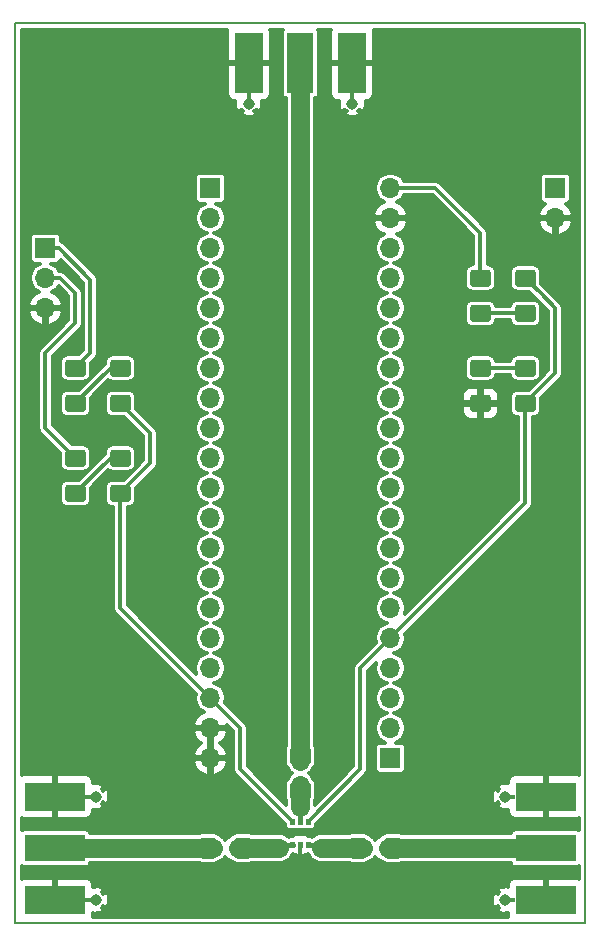
<source format=gbr>
%TF.GenerationSoftware,KiCad,Pcbnew,(5.0.0)*%
%TF.CreationDate,2018-11-11T16:52:16+07:00*%
%TF.ProjectId,AntennaSwitch_v1.1,416E74656E6E615377697463685F7631,rev?*%
%TF.SameCoordinates,Original*%
%TF.FileFunction,Copper,L1,Top,Signal*%
%TF.FilePolarity,Positive*%
%FSLAX46Y46*%
G04 Gerber Fmt 4.6, Leading zero omitted, Abs format (unit mm)*
G04 Created by KiCad (PCBNEW (5.0.0)) date 11/11/18 16:52:16*
%MOMM*%
%LPD*%
G01*
G04 APERTURE LIST*
%ADD10C,0.200000*%
%ADD11C,0.100000*%
%ADD12C,1.425000*%
%ADD13C,0.400000*%
%ADD14R,0.950000X0.460000*%
%ADD15C,0.970000*%
%ADD16R,5.080000X2.420000*%
%ADD17R,5.080000X2.290000*%
%ADD18R,2.290000X5.080000*%
%ADD19R,2.420000X5.080000*%
%ADD20R,0.460000X0.950000*%
%ADD21R,1.700000X1.700000*%
%ADD22O,1.700000X1.700000*%
%ADD23C,0.300000*%
%ADD24C,0.250000*%
%ADD25C,1.600000*%
%ADD26C,0.400000*%
G04 APERTURE END LIST*
D10*
X194310000Y-54610000D02*
X194310000Y-130810000D01*
X146050000Y-54610000D02*
X194310000Y-54610000D01*
X146050000Y-130810000D02*
X146050000Y-54610000D01*
X194310000Y-130810000D02*
X146050000Y-130810000D01*
D11*
G36*
X151779504Y-90728704D02*
X151803773Y-90732304D01*
X151827571Y-90738265D01*
X151850671Y-90746530D01*
X151872849Y-90757020D01*
X151893893Y-90769633D01*
X151913598Y-90784247D01*
X151931777Y-90800723D01*
X151948253Y-90818902D01*
X151962867Y-90838607D01*
X151975480Y-90859651D01*
X151985970Y-90881829D01*
X151994235Y-90904929D01*
X152000196Y-90928727D01*
X152003796Y-90952996D01*
X152005000Y-90977500D01*
X152005000Y-91902500D01*
X152003796Y-91927004D01*
X152000196Y-91951273D01*
X151994235Y-91975071D01*
X151985970Y-91998171D01*
X151975480Y-92020349D01*
X151962867Y-92041393D01*
X151948253Y-92061098D01*
X151931777Y-92079277D01*
X151913598Y-92095753D01*
X151893893Y-92110367D01*
X151872849Y-92122980D01*
X151850671Y-92133470D01*
X151827571Y-92141735D01*
X151803773Y-92147696D01*
X151779504Y-92151296D01*
X151755000Y-92152500D01*
X150505000Y-92152500D01*
X150480496Y-92151296D01*
X150456227Y-92147696D01*
X150432429Y-92141735D01*
X150409329Y-92133470D01*
X150387151Y-92122980D01*
X150366107Y-92110367D01*
X150346402Y-92095753D01*
X150328223Y-92079277D01*
X150311747Y-92061098D01*
X150297133Y-92041393D01*
X150284520Y-92020349D01*
X150274030Y-91998171D01*
X150265765Y-91975071D01*
X150259804Y-91951273D01*
X150256204Y-91927004D01*
X150255000Y-91902500D01*
X150255000Y-90977500D01*
X150256204Y-90952996D01*
X150259804Y-90928727D01*
X150265765Y-90904929D01*
X150274030Y-90881829D01*
X150284520Y-90859651D01*
X150297133Y-90838607D01*
X150311747Y-90818902D01*
X150328223Y-90800723D01*
X150346402Y-90784247D01*
X150366107Y-90769633D01*
X150387151Y-90757020D01*
X150409329Y-90746530D01*
X150432429Y-90738265D01*
X150456227Y-90732304D01*
X150480496Y-90728704D01*
X150505000Y-90727500D01*
X151755000Y-90727500D01*
X151779504Y-90728704D01*
X151779504Y-90728704D01*
G37*
D12*
X151130000Y-91440000D03*
D11*
G36*
X151779504Y-93703704D02*
X151803773Y-93707304D01*
X151827571Y-93713265D01*
X151850671Y-93721530D01*
X151872849Y-93732020D01*
X151893893Y-93744633D01*
X151913598Y-93759247D01*
X151931777Y-93775723D01*
X151948253Y-93793902D01*
X151962867Y-93813607D01*
X151975480Y-93834651D01*
X151985970Y-93856829D01*
X151994235Y-93879929D01*
X152000196Y-93903727D01*
X152003796Y-93927996D01*
X152005000Y-93952500D01*
X152005000Y-94877500D01*
X152003796Y-94902004D01*
X152000196Y-94926273D01*
X151994235Y-94950071D01*
X151985970Y-94973171D01*
X151975480Y-94995349D01*
X151962867Y-95016393D01*
X151948253Y-95036098D01*
X151931777Y-95054277D01*
X151913598Y-95070753D01*
X151893893Y-95085367D01*
X151872849Y-95097980D01*
X151850671Y-95108470D01*
X151827571Y-95116735D01*
X151803773Y-95122696D01*
X151779504Y-95126296D01*
X151755000Y-95127500D01*
X150505000Y-95127500D01*
X150480496Y-95126296D01*
X150456227Y-95122696D01*
X150432429Y-95116735D01*
X150409329Y-95108470D01*
X150387151Y-95097980D01*
X150366107Y-95085367D01*
X150346402Y-95070753D01*
X150328223Y-95054277D01*
X150311747Y-95036098D01*
X150297133Y-95016393D01*
X150284520Y-94995349D01*
X150274030Y-94973171D01*
X150265765Y-94950071D01*
X150259804Y-94926273D01*
X150256204Y-94902004D01*
X150255000Y-94877500D01*
X150255000Y-93952500D01*
X150256204Y-93927996D01*
X150259804Y-93903727D01*
X150265765Y-93879929D01*
X150274030Y-93856829D01*
X150284520Y-93834651D01*
X150297133Y-93813607D01*
X150311747Y-93793902D01*
X150328223Y-93775723D01*
X150346402Y-93759247D01*
X150366107Y-93744633D01*
X150387151Y-93732020D01*
X150409329Y-93721530D01*
X150432429Y-93713265D01*
X150456227Y-93707304D01*
X150480496Y-93703704D01*
X150505000Y-93702500D01*
X151755000Y-93702500D01*
X151779504Y-93703704D01*
X151779504Y-93703704D01*
G37*
D12*
X151130000Y-94415000D03*
D13*
X170180000Y-124165000D03*
D11*
G36*
X169980000Y-124415000D02*
X169980000Y-123915000D01*
X170380000Y-123915000D01*
X170380000Y-124415000D01*
X169980000Y-124415000D01*
X169980000Y-124415000D01*
G37*
D13*
X169530000Y-124165000D03*
D11*
G36*
X169330000Y-124415000D02*
X169330000Y-123915000D01*
X169730000Y-123915000D01*
X169730000Y-124415000D01*
X169330000Y-124415000D01*
X169330000Y-124415000D01*
G37*
D13*
X170830000Y-124165000D03*
D11*
G36*
X170630000Y-124415000D02*
X170630000Y-123915000D01*
X171030000Y-123915000D01*
X171030000Y-124415000D01*
X170630000Y-124415000D01*
X170630000Y-124415000D01*
G37*
D13*
X170830000Y-122215000D03*
D11*
G36*
X170630000Y-122465000D02*
X170630000Y-121965000D01*
X171030000Y-121965000D01*
X171030000Y-122465000D01*
X170630000Y-122465000D01*
X170630000Y-122465000D01*
G37*
D13*
X170180000Y-122215000D03*
D11*
G36*
X169980000Y-122465000D02*
X169980000Y-121965000D01*
X170380000Y-121965000D01*
X170380000Y-122465000D01*
X169980000Y-122465000D01*
X169980000Y-122465000D01*
G37*
D13*
X169530000Y-122215000D03*
D11*
G36*
X169330000Y-122465000D02*
X169330000Y-121965000D01*
X169730000Y-121965000D01*
X169730000Y-122465000D01*
X169330000Y-122465000D01*
X169330000Y-122465000D01*
G37*
D14*
X187960000Y-120080000D03*
X187960000Y-128840000D03*
D15*
X187510000Y-120080000D03*
X187510000Y-128840000D03*
D16*
X190950000Y-120080000D03*
X190950000Y-128840000D03*
D17*
X190950000Y-124460000D03*
D18*
X170180000Y-57970000D03*
D19*
X174560000Y-57970000D03*
X165800000Y-57970000D03*
D15*
X174560000Y-61410000D03*
X165800000Y-61410000D03*
D20*
X174560000Y-60960000D03*
X165800000Y-60960000D03*
D17*
X149410000Y-124460000D03*
D16*
X149410000Y-120080000D03*
X149410000Y-128840000D03*
D15*
X152850000Y-120080000D03*
X152850000Y-128840000D03*
D14*
X152400000Y-120080000D03*
X152400000Y-128840000D03*
D21*
X148590000Y-73660000D03*
D22*
X148590000Y-76200000D03*
X148590000Y-78740000D03*
D21*
X177800000Y-116840000D03*
D22*
X177800000Y-114300000D03*
X177800000Y-111760000D03*
X177800000Y-109220000D03*
X177800000Y-106680000D03*
X177800000Y-104140000D03*
X177800000Y-101600000D03*
X177800000Y-99060000D03*
X177800000Y-96520000D03*
X177800000Y-93980000D03*
X177800000Y-91440000D03*
X177800000Y-88900000D03*
X177800000Y-86360000D03*
X177800000Y-83820000D03*
X177800000Y-81280000D03*
X177800000Y-78740000D03*
X177800000Y-76200000D03*
X177800000Y-73660000D03*
X177800000Y-71120000D03*
X177800000Y-68580000D03*
X162560000Y-116840000D03*
X162560000Y-114300000D03*
X162560000Y-111760000D03*
X162560000Y-109220000D03*
X162560000Y-106680000D03*
X162560000Y-104140000D03*
X162560000Y-101600000D03*
X162560000Y-99060000D03*
X162560000Y-96520000D03*
X162560000Y-93980000D03*
X162560000Y-91440000D03*
X162560000Y-88900000D03*
X162560000Y-86360000D03*
X162560000Y-83820000D03*
X162560000Y-81280000D03*
X162560000Y-78740000D03*
X162560000Y-76200000D03*
X162560000Y-73660000D03*
X162560000Y-71120000D03*
D21*
X162560000Y-68580000D03*
X191770000Y-68580000D03*
D22*
X191770000Y-71120000D03*
D11*
G36*
X175529504Y-123586204D02*
X175553773Y-123589804D01*
X175577571Y-123595765D01*
X175600671Y-123604030D01*
X175622849Y-123614520D01*
X175643893Y-123627133D01*
X175663598Y-123641747D01*
X175681777Y-123658223D01*
X175698253Y-123676402D01*
X175712867Y-123696107D01*
X175725480Y-123717151D01*
X175735970Y-123739329D01*
X175744235Y-123762429D01*
X175750196Y-123786227D01*
X175753796Y-123810496D01*
X175755000Y-123835000D01*
X175755000Y-125085000D01*
X175753796Y-125109504D01*
X175750196Y-125133773D01*
X175744235Y-125157571D01*
X175735970Y-125180671D01*
X175725480Y-125202849D01*
X175712867Y-125223893D01*
X175698253Y-125243598D01*
X175681777Y-125261777D01*
X175663598Y-125278253D01*
X175643893Y-125292867D01*
X175622849Y-125305480D01*
X175600671Y-125315970D01*
X175577571Y-125324235D01*
X175553773Y-125330196D01*
X175529504Y-125333796D01*
X175505000Y-125335000D01*
X174580000Y-125335000D01*
X174555496Y-125333796D01*
X174531227Y-125330196D01*
X174507429Y-125324235D01*
X174484329Y-125315970D01*
X174462151Y-125305480D01*
X174441107Y-125292867D01*
X174421402Y-125278253D01*
X174403223Y-125261777D01*
X174386747Y-125243598D01*
X174372133Y-125223893D01*
X174359520Y-125202849D01*
X174349030Y-125180671D01*
X174340765Y-125157571D01*
X174334804Y-125133773D01*
X174331204Y-125109504D01*
X174330000Y-125085000D01*
X174330000Y-123835000D01*
X174331204Y-123810496D01*
X174334804Y-123786227D01*
X174340765Y-123762429D01*
X174349030Y-123739329D01*
X174359520Y-123717151D01*
X174372133Y-123696107D01*
X174386747Y-123676402D01*
X174403223Y-123658223D01*
X174421402Y-123641747D01*
X174441107Y-123627133D01*
X174462151Y-123614520D01*
X174484329Y-123604030D01*
X174507429Y-123595765D01*
X174531227Y-123589804D01*
X174555496Y-123586204D01*
X174580000Y-123585000D01*
X175505000Y-123585000D01*
X175529504Y-123586204D01*
X175529504Y-123586204D01*
G37*
D12*
X175042500Y-124460000D03*
D11*
G36*
X178504504Y-123586204D02*
X178528773Y-123589804D01*
X178552571Y-123595765D01*
X178575671Y-123604030D01*
X178597849Y-123614520D01*
X178618893Y-123627133D01*
X178638598Y-123641747D01*
X178656777Y-123658223D01*
X178673253Y-123676402D01*
X178687867Y-123696107D01*
X178700480Y-123717151D01*
X178710970Y-123739329D01*
X178719235Y-123762429D01*
X178725196Y-123786227D01*
X178728796Y-123810496D01*
X178730000Y-123835000D01*
X178730000Y-125085000D01*
X178728796Y-125109504D01*
X178725196Y-125133773D01*
X178719235Y-125157571D01*
X178710970Y-125180671D01*
X178700480Y-125202849D01*
X178687867Y-125223893D01*
X178673253Y-125243598D01*
X178656777Y-125261777D01*
X178638598Y-125278253D01*
X178618893Y-125292867D01*
X178597849Y-125305480D01*
X178575671Y-125315970D01*
X178552571Y-125324235D01*
X178528773Y-125330196D01*
X178504504Y-125333796D01*
X178480000Y-125335000D01*
X177555000Y-125335000D01*
X177530496Y-125333796D01*
X177506227Y-125330196D01*
X177482429Y-125324235D01*
X177459329Y-125315970D01*
X177437151Y-125305480D01*
X177416107Y-125292867D01*
X177396402Y-125278253D01*
X177378223Y-125261777D01*
X177361747Y-125243598D01*
X177347133Y-125223893D01*
X177334520Y-125202849D01*
X177324030Y-125180671D01*
X177315765Y-125157571D01*
X177309804Y-125133773D01*
X177306204Y-125109504D01*
X177305000Y-125085000D01*
X177305000Y-123835000D01*
X177306204Y-123810496D01*
X177309804Y-123786227D01*
X177315765Y-123762429D01*
X177324030Y-123739329D01*
X177334520Y-123717151D01*
X177347133Y-123696107D01*
X177361747Y-123676402D01*
X177378223Y-123658223D01*
X177396402Y-123641747D01*
X177416107Y-123627133D01*
X177437151Y-123614520D01*
X177459329Y-123604030D01*
X177482429Y-123595765D01*
X177506227Y-123589804D01*
X177530496Y-123586204D01*
X177555000Y-123585000D01*
X178480000Y-123585000D01*
X178504504Y-123586204D01*
X178504504Y-123586204D01*
G37*
D12*
X178017500Y-124460000D03*
D11*
G36*
X170829504Y-115911204D02*
X170853773Y-115914804D01*
X170877571Y-115920765D01*
X170900671Y-115929030D01*
X170922849Y-115939520D01*
X170943893Y-115952133D01*
X170963598Y-115966747D01*
X170981777Y-115983223D01*
X170998253Y-116001402D01*
X171012867Y-116021107D01*
X171025480Y-116042151D01*
X171035970Y-116064329D01*
X171044235Y-116087429D01*
X171050196Y-116111227D01*
X171053796Y-116135496D01*
X171055000Y-116160000D01*
X171055000Y-117085000D01*
X171053796Y-117109504D01*
X171050196Y-117133773D01*
X171044235Y-117157571D01*
X171035970Y-117180671D01*
X171025480Y-117202849D01*
X171012867Y-117223893D01*
X170998253Y-117243598D01*
X170981777Y-117261777D01*
X170963598Y-117278253D01*
X170943893Y-117292867D01*
X170922849Y-117305480D01*
X170900671Y-117315970D01*
X170877571Y-117324235D01*
X170853773Y-117330196D01*
X170829504Y-117333796D01*
X170805000Y-117335000D01*
X169555000Y-117335000D01*
X169530496Y-117333796D01*
X169506227Y-117330196D01*
X169482429Y-117324235D01*
X169459329Y-117315970D01*
X169437151Y-117305480D01*
X169416107Y-117292867D01*
X169396402Y-117278253D01*
X169378223Y-117261777D01*
X169361747Y-117243598D01*
X169347133Y-117223893D01*
X169334520Y-117202849D01*
X169324030Y-117180671D01*
X169315765Y-117157571D01*
X169309804Y-117133773D01*
X169306204Y-117109504D01*
X169305000Y-117085000D01*
X169305000Y-116160000D01*
X169306204Y-116135496D01*
X169309804Y-116111227D01*
X169315765Y-116087429D01*
X169324030Y-116064329D01*
X169334520Y-116042151D01*
X169347133Y-116021107D01*
X169361747Y-116001402D01*
X169378223Y-115983223D01*
X169396402Y-115966747D01*
X169416107Y-115952133D01*
X169437151Y-115939520D01*
X169459329Y-115929030D01*
X169482429Y-115920765D01*
X169506227Y-115914804D01*
X169530496Y-115911204D01*
X169555000Y-115910000D01*
X170805000Y-115910000D01*
X170829504Y-115911204D01*
X170829504Y-115911204D01*
G37*
D12*
X170180000Y-116622500D03*
D11*
G36*
X170829504Y-118886204D02*
X170853773Y-118889804D01*
X170877571Y-118895765D01*
X170900671Y-118904030D01*
X170922849Y-118914520D01*
X170943893Y-118927133D01*
X170963598Y-118941747D01*
X170981777Y-118958223D01*
X170998253Y-118976402D01*
X171012867Y-118996107D01*
X171025480Y-119017151D01*
X171035970Y-119039329D01*
X171044235Y-119062429D01*
X171050196Y-119086227D01*
X171053796Y-119110496D01*
X171055000Y-119135000D01*
X171055000Y-120060000D01*
X171053796Y-120084504D01*
X171050196Y-120108773D01*
X171044235Y-120132571D01*
X171035970Y-120155671D01*
X171025480Y-120177849D01*
X171012867Y-120198893D01*
X170998253Y-120218598D01*
X170981777Y-120236777D01*
X170963598Y-120253253D01*
X170943893Y-120267867D01*
X170922849Y-120280480D01*
X170900671Y-120290970D01*
X170877571Y-120299235D01*
X170853773Y-120305196D01*
X170829504Y-120308796D01*
X170805000Y-120310000D01*
X169555000Y-120310000D01*
X169530496Y-120308796D01*
X169506227Y-120305196D01*
X169482429Y-120299235D01*
X169459329Y-120290970D01*
X169437151Y-120280480D01*
X169416107Y-120267867D01*
X169396402Y-120253253D01*
X169378223Y-120236777D01*
X169361747Y-120218598D01*
X169347133Y-120198893D01*
X169334520Y-120177849D01*
X169324030Y-120155671D01*
X169315765Y-120132571D01*
X169309804Y-120108773D01*
X169306204Y-120084504D01*
X169305000Y-120060000D01*
X169305000Y-119135000D01*
X169306204Y-119110496D01*
X169309804Y-119086227D01*
X169315765Y-119062429D01*
X169324030Y-119039329D01*
X169334520Y-119017151D01*
X169347133Y-118996107D01*
X169361747Y-118976402D01*
X169378223Y-118958223D01*
X169396402Y-118941747D01*
X169416107Y-118927133D01*
X169437151Y-118914520D01*
X169459329Y-118904030D01*
X169482429Y-118895765D01*
X169506227Y-118889804D01*
X169530496Y-118886204D01*
X169555000Y-118885000D01*
X170805000Y-118885000D01*
X170829504Y-118886204D01*
X170829504Y-118886204D01*
G37*
D12*
X170180000Y-119597500D03*
D11*
G36*
X162829504Y-123586204D02*
X162853773Y-123589804D01*
X162877571Y-123595765D01*
X162900671Y-123604030D01*
X162922849Y-123614520D01*
X162943893Y-123627133D01*
X162963598Y-123641747D01*
X162981777Y-123658223D01*
X162998253Y-123676402D01*
X163012867Y-123696107D01*
X163025480Y-123717151D01*
X163035970Y-123739329D01*
X163044235Y-123762429D01*
X163050196Y-123786227D01*
X163053796Y-123810496D01*
X163055000Y-123835000D01*
X163055000Y-125085000D01*
X163053796Y-125109504D01*
X163050196Y-125133773D01*
X163044235Y-125157571D01*
X163035970Y-125180671D01*
X163025480Y-125202849D01*
X163012867Y-125223893D01*
X162998253Y-125243598D01*
X162981777Y-125261777D01*
X162963598Y-125278253D01*
X162943893Y-125292867D01*
X162922849Y-125305480D01*
X162900671Y-125315970D01*
X162877571Y-125324235D01*
X162853773Y-125330196D01*
X162829504Y-125333796D01*
X162805000Y-125335000D01*
X161880000Y-125335000D01*
X161855496Y-125333796D01*
X161831227Y-125330196D01*
X161807429Y-125324235D01*
X161784329Y-125315970D01*
X161762151Y-125305480D01*
X161741107Y-125292867D01*
X161721402Y-125278253D01*
X161703223Y-125261777D01*
X161686747Y-125243598D01*
X161672133Y-125223893D01*
X161659520Y-125202849D01*
X161649030Y-125180671D01*
X161640765Y-125157571D01*
X161634804Y-125133773D01*
X161631204Y-125109504D01*
X161630000Y-125085000D01*
X161630000Y-123835000D01*
X161631204Y-123810496D01*
X161634804Y-123786227D01*
X161640765Y-123762429D01*
X161649030Y-123739329D01*
X161659520Y-123717151D01*
X161672133Y-123696107D01*
X161686747Y-123676402D01*
X161703223Y-123658223D01*
X161721402Y-123641747D01*
X161741107Y-123627133D01*
X161762151Y-123614520D01*
X161784329Y-123604030D01*
X161807429Y-123595765D01*
X161831227Y-123589804D01*
X161855496Y-123586204D01*
X161880000Y-123585000D01*
X162805000Y-123585000D01*
X162829504Y-123586204D01*
X162829504Y-123586204D01*
G37*
D12*
X162342500Y-124460000D03*
D11*
G36*
X165804504Y-123586204D02*
X165828773Y-123589804D01*
X165852571Y-123595765D01*
X165875671Y-123604030D01*
X165897849Y-123614520D01*
X165918893Y-123627133D01*
X165938598Y-123641747D01*
X165956777Y-123658223D01*
X165973253Y-123676402D01*
X165987867Y-123696107D01*
X166000480Y-123717151D01*
X166010970Y-123739329D01*
X166019235Y-123762429D01*
X166025196Y-123786227D01*
X166028796Y-123810496D01*
X166030000Y-123835000D01*
X166030000Y-125085000D01*
X166028796Y-125109504D01*
X166025196Y-125133773D01*
X166019235Y-125157571D01*
X166010970Y-125180671D01*
X166000480Y-125202849D01*
X165987867Y-125223893D01*
X165973253Y-125243598D01*
X165956777Y-125261777D01*
X165938598Y-125278253D01*
X165918893Y-125292867D01*
X165897849Y-125305480D01*
X165875671Y-125315970D01*
X165852571Y-125324235D01*
X165828773Y-125330196D01*
X165804504Y-125333796D01*
X165780000Y-125335000D01*
X164855000Y-125335000D01*
X164830496Y-125333796D01*
X164806227Y-125330196D01*
X164782429Y-125324235D01*
X164759329Y-125315970D01*
X164737151Y-125305480D01*
X164716107Y-125292867D01*
X164696402Y-125278253D01*
X164678223Y-125261777D01*
X164661747Y-125243598D01*
X164647133Y-125223893D01*
X164634520Y-125202849D01*
X164624030Y-125180671D01*
X164615765Y-125157571D01*
X164609804Y-125133773D01*
X164606204Y-125109504D01*
X164605000Y-125085000D01*
X164605000Y-123835000D01*
X164606204Y-123810496D01*
X164609804Y-123786227D01*
X164615765Y-123762429D01*
X164624030Y-123739329D01*
X164634520Y-123717151D01*
X164647133Y-123696107D01*
X164661747Y-123676402D01*
X164678223Y-123658223D01*
X164696402Y-123641747D01*
X164716107Y-123627133D01*
X164737151Y-123614520D01*
X164759329Y-123604030D01*
X164782429Y-123595765D01*
X164806227Y-123589804D01*
X164830496Y-123586204D01*
X164855000Y-123585000D01*
X165780000Y-123585000D01*
X165804504Y-123586204D01*
X165804504Y-123586204D01*
G37*
D12*
X165317500Y-124460000D03*
D11*
G36*
X189879504Y-86083704D02*
X189903773Y-86087304D01*
X189927571Y-86093265D01*
X189950671Y-86101530D01*
X189972849Y-86112020D01*
X189993893Y-86124633D01*
X190013598Y-86139247D01*
X190031777Y-86155723D01*
X190048253Y-86173902D01*
X190062867Y-86193607D01*
X190075480Y-86214651D01*
X190085970Y-86236829D01*
X190094235Y-86259929D01*
X190100196Y-86283727D01*
X190103796Y-86307996D01*
X190105000Y-86332500D01*
X190105000Y-87257500D01*
X190103796Y-87282004D01*
X190100196Y-87306273D01*
X190094235Y-87330071D01*
X190085970Y-87353171D01*
X190075480Y-87375349D01*
X190062867Y-87396393D01*
X190048253Y-87416098D01*
X190031777Y-87434277D01*
X190013598Y-87450753D01*
X189993893Y-87465367D01*
X189972849Y-87477980D01*
X189950671Y-87488470D01*
X189927571Y-87496735D01*
X189903773Y-87502696D01*
X189879504Y-87506296D01*
X189855000Y-87507500D01*
X188605000Y-87507500D01*
X188580496Y-87506296D01*
X188556227Y-87502696D01*
X188532429Y-87496735D01*
X188509329Y-87488470D01*
X188487151Y-87477980D01*
X188466107Y-87465367D01*
X188446402Y-87450753D01*
X188428223Y-87434277D01*
X188411747Y-87416098D01*
X188397133Y-87396393D01*
X188384520Y-87375349D01*
X188374030Y-87353171D01*
X188365765Y-87330071D01*
X188359804Y-87306273D01*
X188356204Y-87282004D01*
X188355000Y-87257500D01*
X188355000Y-86332500D01*
X188356204Y-86307996D01*
X188359804Y-86283727D01*
X188365765Y-86259929D01*
X188374030Y-86236829D01*
X188384520Y-86214651D01*
X188397133Y-86193607D01*
X188411747Y-86173902D01*
X188428223Y-86155723D01*
X188446402Y-86139247D01*
X188466107Y-86124633D01*
X188487151Y-86112020D01*
X188509329Y-86101530D01*
X188532429Y-86093265D01*
X188556227Y-86087304D01*
X188580496Y-86083704D01*
X188605000Y-86082500D01*
X189855000Y-86082500D01*
X189879504Y-86083704D01*
X189879504Y-86083704D01*
G37*
D12*
X189230000Y-86795000D03*
D11*
G36*
X189879504Y-83108704D02*
X189903773Y-83112304D01*
X189927571Y-83118265D01*
X189950671Y-83126530D01*
X189972849Y-83137020D01*
X189993893Y-83149633D01*
X190013598Y-83164247D01*
X190031777Y-83180723D01*
X190048253Y-83198902D01*
X190062867Y-83218607D01*
X190075480Y-83239651D01*
X190085970Y-83261829D01*
X190094235Y-83284929D01*
X190100196Y-83308727D01*
X190103796Y-83332996D01*
X190105000Y-83357500D01*
X190105000Y-84282500D01*
X190103796Y-84307004D01*
X190100196Y-84331273D01*
X190094235Y-84355071D01*
X190085970Y-84378171D01*
X190075480Y-84400349D01*
X190062867Y-84421393D01*
X190048253Y-84441098D01*
X190031777Y-84459277D01*
X190013598Y-84475753D01*
X189993893Y-84490367D01*
X189972849Y-84502980D01*
X189950671Y-84513470D01*
X189927571Y-84521735D01*
X189903773Y-84527696D01*
X189879504Y-84531296D01*
X189855000Y-84532500D01*
X188605000Y-84532500D01*
X188580496Y-84531296D01*
X188556227Y-84527696D01*
X188532429Y-84521735D01*
X188509329Y-84513470D01*
X188487151Y-84502980D01*
X188466107Y-84490367D01*
X188446402Y-84475753D01*
X188428223Y-84459277D01*
X188411747Y-84441098D01*
X188397133Y-84421393D01*
X188384520Y-84400349D01*
X188374030Y-84378171D01*
X188365765Y-84355071D01*
X188359804Y-84331273D01*
X188356204Y-84307004D01*
X188355000Y-84282500D01*
X188355000Y-83357500D01*
X188356204Y-83332996D01*
X188359804Y-83308727D01*
X188365765Y-83284929D01*
X188374030Y-83261829D01*
X188384520Y-83239651D01*
X188397133Y-83218607D01*
X188411747Y-83198902D01*
X188428223Y-83180723D01*
X188446402Y-83164247D01*
X188466107Y-83149633D01*
X188487151Y-83137020D01*
X188509329Y-83126530D01*
X188532429Y-83118265D01*
X188556227Y-83112304D01*
X188580496Y-83108704D01*
X188605000Y-83107500D01*
X189855000Y-83107500D01*
X189879504Y-83108704D01*
X189879504Y-83108704D01*
G37*
D12*
X189230000Y-83820000D03*
D11*
G36*
X189879504Y-75488704D02*
X189903773Y-75492304D01*
X189927571Y-75498265D01*
X189950671Y-75506530D01*
X189972849Y-75517020D01*
X189993893Y-75529633D01*
X190013598Y-75544247D01*
X190031777Y-75560723D01*
X190048253Y-75578902D01*
X190062867Y-75598607D01*
X190075480Y-75619651D01*
X190085970Y-75641829D01*
X190094235Y-75664929D01*
X190100196Y-75688727D01*
X190103796Y-75712996D01*
X190105000Y-75737500D01*
X190105000Y-76662500D01*
X190103796Y-76687004D01*
X190100196Y-76711273D01*
X190094235Y-76735071D01*
X190085970Y-76758171D01*
X190075480Y-76780349D01*
X190062867Y-76801393D01*
X190048253Y-76821098D01*
X190031777Y-76839277D01*
X190013598Y-76855753D01*
X189993893Y-76870367D01*
X189972849Y-76882980D01*
X189950671Y-76893470D01*
X189927571Y-76901735D01*
X189903773Y-76907696D01*
X189879504Y-76911296D01*
X189855000Y-76912500D01*
X188605000Y-76912500D01*
X188580496Y-76911296D01*
X188556227Y-76907696D01*
X188532429Y-76901735D01*
X188509329Y-76893470D01*
X188487151Y-76882980D01*
X188466107Y-76870367D01*
X188446402Y-76855753D01*
X188428223Y-76839277D01*
X188411747Y-76821098D01*
X188397133Y-76801393D01*
X188384520Y-76780349D01*
X188374030Y-76758171D01*
X188365765Y-76735071D01*
X188359804Y-76711273D01*
X188356204Y-76687004D01*
X188355000Y-76662500D01*
X188355000Y-75737500D01*
X188356204Y-75712996D01*
X188359804Y-75688727D01*
X188365765Y-75664929D01*
X188374030Y-75641829D01*
X188384520Y-75619651D01*
X188397133Y-75598607D01*
X188411747Y-75578902D01*
X188428223Y-75560723D01*
X188446402Y-75544247D01*
X188466107Y-75529633D01*
X188487151Y-75517020D01*
X188509329Y-75506530D01*
X188532429Y-75498265D01*
X188556227Y-75492304D01*
X188580496Y-75488704D01*
X188605000Y-75487500D01*
X189855000Y-75487500D01*
X189879504Y-75488704D01*
X189879504Y-75488704D01*
G37*
D12*
X189230000Y-76200000D03*
D11*
G36*
X189879504Y-78463704D02*
X189903773Y-78467304D01*
X189927571Y-78473265D01*
X189950671Y-78481530D01*
X189972849Y-78492020D01*
X189993893Y-78504633D01*
X190013598Y-78519247D01*
X190031777Y-78535723D01*
X190048253Y-78553902D01*
X190062867Y-78573607D01*
X190075480Y-78594651D01*
X190085970Y-78616829D01*
X190094235Y-78639929D01*
X190100196Y-78663727D01*
X190103796Y-78687996D01*
X190105000Y-78712500D01*
X190105000Y-79637500D01*
X190103796Y-79662004D01*
X190100196Y-79686273D01*
X190094235Y-79710071D01*
X190085970Y-79733171D01*
X190075480Y-79755349D01*
X190062867Y-79776393D01*
X190048253Y-79796098D01*
X190031777Y-79814277D01*
X190013598Y-79830753D01*
X189993893Y-79845367D01*
X189972849Y-79857980D01*
X189950671Y-79868470D01*
X189927571Y-79876735D01*
X189903773Y-79882696D01*
X189879504Y-79886296D01*
X189855000Y-79887500D01*
X188605000Y-79887500D01*
X188580496Y-79886296D01*
X188556227Y-79882696D01*
X188532429Y-79876735D01*
X188509329Y-79868470D01*
X188487151Y-79857980D01*
X188466107Y-79845367D01*
X188446402Y-79830753D01*
X188428223Y-79814277D01*
X188411747Y-79796098D01*
X188397133Y-79776393D01*
X188384520Y-79755349D01*
X188374030Y-79733171D01*
X188365765Y-79710071D01*
X188359804Y-79686273D01*
X188356204Y-79662004D01*
X188355000Y-79637500D01*
X188355000Y-78712500D01*
X188356204Y-78687996D01*
X188359804Y-78663727D01*
X188365765Y-78639929D01*
X188374030Y-78616829D01*
X188384520Y-78594651D01*
X188397133Y-78573607D01*
X188411747Y-78553902D01*
X188428223Y-78535723D01*
X188446402Y-78519247D01*
X188466107Y-78504633D01*
X188487151Y-78492020D01*
X188509329Y-78481530D01*
X188532429Y-78473265D01*
X188556227Y-78467304D01*
X188580496Y-78463704D01*
X188605000Y-78462500D01*
X189855000Y-78462500D01*
X189879504Y-78463704D01*
X189879504Y-78463704D01*
G37*
D12*
X189230000Y-79175000D03*
D11*
G36*
X151779504Y-86083704D02*
X151803773Y-86087304D01*
X151827571Y-86093265D01*
X151850671Y-86101530D01*
X151872849Y-86112020D01*
X151893893Y-86124633D01*
X151913598Y-86139247D01*
X151931777Y-86155723D01*
X151948253Y-86173902D01*
X151962867Y-86193607D01*
X151975480Y-86214651D01*
X151985970Y-86236829D01*
X151994235Y-86259929D01*
X152000196Y-86283727D01*
X152003796Y-86307996D01*
X152005000Y-86332500D01*
X152005000Y-87257500D01*
X152003796Y-87282004D01*
X152000196Y-87306273D01*
X151994235Y-87330071D01*
X151985970Y-87353171D01*
X151975480Y-87375349D01*
X151962867Y-87396393D01*
X151948253Y-87416098D01*
X151931777Y-87434277D01*
X151913598Y-87450753D01*
X151893893Y-87465367D01*
X151872849Y-87477980D01*
X151850671Y-87488470D01*
X151827571Y-87496735D01*
X151803773Y-87502696D01*
X151779504Y-87506296D01*
X151755000Y-87507500D01*
X150505000Y-87507500D01*
X150480496Y-87506296D01*
X150456227Y-87502696D01*
X150432429Y-87496735D01*
X150409329Y-87488470D01*
X150387151Y-87477980D01*
X150366107Y-87465367D01*
X150346402Y-87450753D01*
X150328223Y-87434277D01*
X150311747Y-87416098D01*
X150297133Y-87396393D01*
X150284520Y-87375349D01*
X150274030Y-87353171D01*
X150265765Y-87330071D01*
X150259804Y-87306273D01*
X150256204Y-87282004D01*
X150255000Y-87257500D01*
X150255000Y-86332500D01*
X150256204Y-86307996D01*
X150259804Y-86283727D01*
X150265765Y-86259929D01*
X150274030Y-86236829D01*
X150284520Y-86214651D01*
X150297133Y-86193607D01*
X150311747Y-86173902D01*
X150328223Y-86155723D01*
X150346402Y-86139247D01*
X150366107Y-86124633D01*
X150387151Y-86112020D01*
X150409329Y-86101530D01*
X150432429Y-86093265D01*
X150456227Y-86087304D01*
X150480496Y-86083704D01*
X150505000Y-86082500D01*
X151755000Y-86082500D01*
X151779504Y-86083704D01*
X151779504Y-86083704D01*
G37*
D12*
X151130000Y-86795000D03*
D11*
G36*
X151779504Y-83108704D02*
X151803773Y-83112304D01*
X151827571Y-83118265D01*
X151850671Y-83126530D01*
X151872849Y-83137020D01*
X151893893Y-83149633D01*
X151913598Y-83164247D01*
X151931777Y-83180723D01*
X151948253Y-83198902D01*
X151962867Y-83218607D01*
X151975480Y-83239651D01*
X151985970Y-83261829D01*
X151994235Y-83284929D01*
X152000196Y-83308727D01*
X152003796Y-83332996D01*
X152005000Y-83357500D01*
X152005000Y-84282500D01*
X152003796Y-84307004D01*
X152000196Y-84331273D01*
X151994235Y-84355071D01*
X151985970Y-84378171D01*
X151975480Y-84400349D01*
X151962867Y-84421393D01*
X151948253Y-84441098D01*
X151931777Y-84459277D01*
X151913598Y-84475753D01*
X151893893Y-84490367D01*
X151872849Y-84502980D01*
X151850671Y-84513470D01*
X151827571Y-84521735D01*
X151803773Y-84527696D01*
X151779504Y-84531296D01*
X151755000Y-84532500D01*
X150505000Y-84532500D01*
X150480496Y-84531296D01*
X150456227Y-84527696D01*
X150432429Y-84521735D01*
X150409329Y-84513470D01*
X150387151Y-84502980D01*
X150366107Y-84490367D01*
X150346402Y-84475753D01*
X150328223Y-84459277D01*
X150311747Y-84441098D01*
X150297133Y-84421393D01*
X150284520Y-84400349D01*
X150274030Y-84378171D01*
X150265765Y-84355071D01*
X150259804Y-84331273D01*
X150256204Y-84307004D01*
X150255000Y-84282500D01*
X150255000Y-83357500D01*
X150256204Y-83332996D01*
X150259804Y-83308727D01*
X150265765Y-83284929D01*
X150274030Y-83261829D01*
X150284520Y-83239651D01*
X150297133Y-83218607D01*
X150311747Y-83198902D01*
X150328223Y-83180723D01*
X150346402Y-83164247D01*
X150366107Y-83149633D01*
X150387151Y-83137020D01*
X150409329Y-83126530D01*
X150432429Y-83118265D01*
X150456227Y-83112304D01*
X150480496Y-83108704D01*
X150505000Y-83107500D01*
X151755000Y-83107500D01*
X151779504Y-83108704D01*
X151779504Y-83108704D01*
G37*
D12*
X151130000Y-83820000D03*
D11*
G36*
X186069504Y-86083704D02*
X186093773Y-86087304D01*
X186117571Y-86093265D01*
X186140671Y-86101530D01*
X186162849Y-86112020D01*
X186183893Y-86124633D01*
X186203598Y-86139247D01*
X186221777Y-86155723D01*
X186238253Y-86173902D01*
X186252867Y-86193607D01*
X186265480Y-86214651D01*
X186275970Y-86236829D01*
X186284235Y-86259929D01*
X186290196Y-86283727D01*
X186293796Y-86307996D01*
X186295000Y-86332500D01*
X186295000Y-87257500D01*
X186293796Y-87282004D01*
X186290196Y-87306273D01*
X186284235Y-87330071D01*
X186275970Y-87353171D01*
X186265480Y-87375349D01*
X186252867Y-87396393D01*
X186238253Y-87416098D01*
X186221777Y-87434277D01*
X186203598Y-87450753D01*
X186183893Y-87465367D01*
X186162849Y-87477980D01*
X186140671Y-87488470D01*
X186117571Y-87496735D01*
X186093773Y-87502696D01*
X186069504Y-87506296D01*
X186045000Y-87507500D01*
X184795000Y-87507500D01*
X184770496Y-87506296D01*
X184746227Y-87502696D01*
X184722429Y-87496735D01*
X184699329Y-87488470D01*
X184677151Y-87477980D01*
X184656107Y-87465367D01*
X184636402Y-87450753D01*
X184618223Y-87434277D01*
X184601747Y-87416098D01*
X184587133Y-87396393D01*
X184574520Y-87375349D01*
X184564030Y-87353171D01*
X184555765Y-87330071D01*
X184549804Y-87306273D01*
X184546204Y-87282004D01*
X184545000Y-87257500D01*
X184545000Y-86332500D01*
X184546204Y-86307996D01*
X184549804Y-86283727D01*
X184555765Y-86259929D01*
X184564030Y-86236829D01*
X184574520Y-86214651D01*
X184587133Y-86193607D01*
X184601747Y-86173902D01*
X184618223Y-86155723D01*
X184636402Y-86139247D01*
X184656107Y-86124633D01*
X184677151Y-86112020D01*
X184699329Y-86101530D01*
X184722429Y-86093265D01*
X184746227Y-86087304D01*
X184770496Y-86083704D01*
X184795000Y-86082500D01*
X186045000Y-86082500D01*
X186069504Y-86083704D01*
X186069504Y-86083704D01*
G37*
D12*
X185420000Y-86795000D03*
D11*
G36*
X186069504Y-83108704D02*
X186093773Y-83112304D01*
X186117571Y-83118265D01*
X186140671Y-83126530D01*
X186162849Y-83137020D01*
X186183893Y-83149633D01*
X186203598Y-83164247D01*
X186221777Y-83180723D01*
X186238253Y-83198902D01*
X186252867Y-83218607D01*
X186265480Y-83239651D01*
X186275970Y-83261829D01*
X186284235Y-83284929D01*
X186290196Y-83308727D01*
X186293796Y-83332996D01*
X186295000Y-83357500D01*
X186295000Y-84282500D01*
X186293796Y-84307004D01*
X186290196Y-84331273D01*
X186284235Y-84355071D01*
X186275970Y-84378171D01*
X186265480Y-84400349D01*
X186252867Y-84421393D01*
X186238253Y-84441098D01*
X186221777Y-84459277D01*
X186203598Y-84475753D01*
X186183893Y-84490367D01*
X186162849Y-84502980D01*
X186140671Y-84513470D01*
X186117571Y-84521735D01*
X186093773Y-84527696D01*
X186069504Y-84531296D01*
X186045000Y-84532500D01*
X184795000Y-84532500D01*
X184770496Y-84531296D01*
X184746227Y-84527696D01*
X184722429Y-84521735D01*
X184699329Y-84513470D01*
X184677151Y-84502980D01*
X184656107Y-84490367D01*
X184636402Y-84475753D01*
X184618223Y-84459277D01*
X184601747Y-84441098D01*
X184587133Y-84421393D01*
X184574520Y-84400349D01*
X184564030Y-84378171D01*
X184555765Y-84355071D01*
X184549804Y-84331273D01*
X184546204Y-84307004D01*
X184545000Y-84282500D01*
X184545000Y-83357500D01*
X184546204Y-83332996D01*
X184549804Y-83308727D01*
X184555765Y-83284929D01*
X184564030Y-83261829D01*
X184574520Y-83239651D01*
X184587133Y-83218607D01*
X184601747Y-83198902D01*
X184618223Y-83180723D01*
X184636402Y-83164247D01*
X184656107Y-83149633D01*
X184677151Y-83137020D01*
X184699329Y-83126530D01*
X184722429Y-83118265D01*
X184746227Y-83112304D01*
X184770496Y-83108704D01*
X184795000Y-83107500D01*
X186045000Y-83107500D01*
X186069504Y-83108704D01*
X186069504Y-83108704D01*
G37*
D12*
X185420000Y-83820000D03*
D11*
G36*
X186069504Y-75488704D02*
X186093773Y-75492304D01*
X186117571Y-75498265D01*
X186140671Y-75506530D01*
X186162849Y-75517020D01*
X186183893Y-75529633D01*
X186203598Y-75544247D01*
X186221777Y-75560723D01*
X186238253Y-75578902D01*
X186252867Y-75598607D01*
X186265480Y-75619651D01*
X186275970Y-75641829D01*
X186284235Y-75664929D01*
X186290196Y-75688727D01*
X186293796Y-75712996D01*
X186295000Y-75737500D01*
X186295000Y-76662500D01*
X186293796Y-76687004D01*
X186290196Y-76711273D01*
X186284235Y-76735071D01*
X186275970Y-76758171D01*
X186265480Y-76780349D01*
X186252867Y-76801393D01*
X186238253Y-76821098D01*
X186221777Y-76839277D01*
X186203598Y-76855753D01*
X186183893Y-76870367D01*
X186162849Y-76882980D01*
X186140671Y-76893470D01*
X186117571Y-76901735D01*
X186093773Y-76907696D01*
X186069504Y-76911296D01*
X186045000Y-76912500D01*
X184795000Y-76912500D01*
X184770496Y-76911296D01*
X184746227Y-76907696D01*
X184722429Y-76901735D01*
X184699329Y-76893470D01*
X184677151Y-76882980D01*
X184656107Y-76870367D01*
X184636402Y-76855753D01*
X184618223Y-76839277D01*
X184601747Y-76821098D01*
X184587133Y-76801393D01*
X184574520Y-76780349D01*
X184564030Y-76758171D01*
X184555765Y-76735071D01*
X184549804Y-76711273D01*
X184546204Y-76687004D01*
X184545000Y-76662500D01*
X184545000Y-75737500D01*
X184546204Y-75712996D01*
X184549804Y-75688727D01*
X184555765Y-75664929D01*
X184564030Y-75641829D01*
X184574520Y-75619651D01*
X184587133Y-75598607D01*
X184601747Y-75578902D01*
X184618223Y-75560723D01*
X184636402Y-75544247D01*
X184656107Y-75529633D01*
X184677151Y-75517020D01*
X184699329Y-75506530D01*
X184722429Y-75498265D01*
X184746227Y-75492304D01*
X184770496Y-75488704D01*
X184795000Y-75487500D01*
X186045000Y-75487500D01*
X186069504Y-75488704D01*
X186069504Y-75488704D01*
G37*
D12*
X185420000Y-76200000D03*
D11*
G36*
X186069504Y-78463704D02*
X186093773Y-78467304D01*
X186117571Y-78473265D01*
X186140671Y-78481530D01*
X186162849Y-78492020D01*
X186183893Y-78504633D01*
X186203598Y-78519247D01*
X186221777Y-78535723D01*
X186238253Y-78553902D01*
X186252867Y-78573607D01*
X186265480Y-78594651D01*
X186275970Y-78616829D01*
X186284235Y-78639929D01*
X186290196Y-78663727D01*
X186293796Y-78687996D01*
X186295000Y-78712500D01*
X186295000Y-79637500D01*
X186293796Y-79662004D01*
X186290196Y-79686273D01*
X186284235Y-79710071D01*
X186275970Y-79733171D01*
X186265480Y-79755349D01*
X186252867Y-79776393D01*
X186238253Y-79796098D01*
X186221777Y-79814277D01*
X186203598Y-79830753D01*
X186183893Y-79845367D01*
X186162849Y-79857980D01*
X186140671Y-79868470D01*
X186117571Y-79876735D01*
X186093773Y-79882696D01*
X186069504Y-79886296D01*
X186045000Y-79887500D01*
X184795000Y-79887500D01*
X184770496Y-79886296D01*
X184746227Y-79882696D01*
X184722429Y-79876735D01*
X184699329Y-79868470D01*
X184677151Y-79857980D01*
X184656107Y-79845367D01*
X184636402Y-79830753D01*
X184618223Y-79814277D01*
X184601747Y-79796098D01*
X184587133Y-79776393D01*
X184574520Y-79755349D01*
X184564030Y-79733171D01*
X184555765Y-79710071D01*
X184549804Y-79686273D01*
X184546204Y-79662004D01*
X184545000Y-79637500D01*
X184545000Y-78712500D01*
X184546204Y-78687996D01*
X184549804Y-78663727D01*
X184555765Y-78639929D01*
X184564030Y-78616829D01*
X184574520Y-78594651D01*
X184587133Y-78573607D01*
X184601747Y-78553902D01*
X184618223Y-78535723D01*
X184636402Y-78519247D01*
X184656107Y-78504633D01*
X184677151Y-78492020D01*
X184699329Y-78481530D01*
X184722429Y-78473265D01*
X184746227Y-78467304D01*
X184770496Y-78463704D01*
X184795000Y-78462500D01*
X186045000Y-78462500D01*
X186069504Y-78463704D01*
X186069504Y-78463704D01*
G37*
D12*
X185420000Y-79175000D03*
D11*
G36*
X155589504Y-83108704D02*
X155613773Y-83112304D01*
X155637571Y-83118265D01*
X155660671Y-83126530D01*
X155682849Y-83137020D01*
X155703893Y-83149633D01*
X155723598Y-83164247D01*
X155741777Y-83180723D01*
X155758253Y-83198902D01*
X155772867Y-83218607D01*
X155785480Y-83239651D01*
X155795970Y-83261829D01*
X155804235Y-83284929D01*
X155810196Y-83308727D01*
X155813796Y-83332996D01*
X155815000Y-83357500D01*
X155815000Y-84282500D01*
X155813796Y-84307004D01*
X155810196Y-84331273D01*
X155804235Y-84355071D01*
X155795970Y-84378171D01*
X155785480Y-84400349D01*
X155772867Y-84421393D01*
X155758253Y-84441098D01*
X155741777Y-84459277D01*
X155723598Y-84475753D01*
X155703893Y-84490367D01*
X155682849Y-84502980D01*
X155660671Y-84513470D01*
X155637571Y-84521735D01*
X155613773Y-84527696D01*
X155589504Y-84531296D01*
X155565000Y-84532500D01*
X154315000Y-84532500D01*
X154290496Y-84531296D01*
X154266227Y-84527696D01*
X154242429Y-84521735D01*
X154219329Y-84513470D01*
X154197151Y-84502980D01*
X154176107Y-84490367D01*
X154156402Y-84475753D01*
X154138223Y-84459277D01*
X154121747Y-84441098D01*
X154107133Y-84421393D01*
X154094520Y-84400349D01*
X154084030Y-84378171D01*
X154075765Y-84355071D01*
X154069804Y-84331273D01*
X154066204Y-84307004D01*
X154065000Y-84282500D01*
X154065000Y-83357500D01*
X154066204Y-83332996D01*
X154069804Y-83308727D01*
X154075765Y-83284929D01*
X154084030Y-83261829D01*
X154094520Y-83239651D01*
X154107133Y-83218607D01*
X154121747Y-83198902D01*
X154138223Y-83180723D01*
X154156402Y-83164247D01*
X154176107Y-83149633D01*
X154197151Y-83137020D01*
X154219329Y-83126530D01*
X154242429Y-83118265D01*
X154266227Y-83112304D01*
X154290496Y-83108704D01*
X154315000Y-83107500D01*
X155565000Y-83107500D01*
X155589504Y-83108704D01*
X155589504Y-83108704D01*
G37*
D12*
X154940000Y-83820000D03*
D11*
G36*
X155589504Y-86083704D02*
X155613773Y-86087304D01*
X155637571Y-86093265D01*
X155660671Y-86101530D01*
X155682849Y-86112020D01*
X155703893Y-86124633D01*
X155723598Y-86139247D01*
X155741777Y-86155723D01*
X155758253Y-86173902D01*
X155772867Y-86193607D01*
X155785480Y-86214651D01*
X155795970Y-86236829D01*
X155804235Y-86259929D01*
X155810196Y-86283727D01*
X155813796Y-86307996D01*
X155815000Y-86332500D01*
X155815000Y-87257500D01*
X155813796Y-87282004D01*
X155810196Y-87306273D01*
X155804235Y-87330071D01*
X155795970Y-87353171D01*
X155785480Y-87375349D01*
X155772867Y-87396393D01*
X155758253Y-87416098D01*
X155741777Y-87434277D01*
X155723598Y-87450753D01*
X155703893Y-87465367D01*
X155682849Y-87477980D01*
X155660671Y-87488470D01*
X155637571Y-87496735D01*
X155613773Y-87502696D01*
X155589504Y-87506296D01*
X155565000Y-87507500D01*
X154315000Y-87507500D01*
X154290496Y-87506296D01*
X154266227Y-87502696D01*
X154242429Y-87496735D01*
X154219329Y-87488470D01*
X154197151Y-87477980D01*
X154176107Y-87465367D01*
X154156402Y-87450753D01*
X154138223Y-87434277D01*
X154121747Y-87416098D01*
X154107133Y-87396393D01*
X154094520Y-87375349D01*
X154084030Y-87353171D01*
X154075765Y-87330071D01*
X154069804Y-87306273D01*
X154066204Y-87282004D01*
X154065000Y-87257500D01*
X154065000Y-86332500D01*
X154066204Y-86307996D01*
X154069804Y-86283727D01*
X154075765Y-86259929D01*
X154084030Y-86236829D01*
X154094520Y-86214651D01*
X154107133Y-86193607D01*
X154121747Y-86173902D01*
X154138223Y-86155723D01*
X154156402Y-86139247D01*
X154176107Y-86124633D01*
X154197151Y-86112020D01*
X154219329Y-86101530D01*
X154242429Y-86093265D01*
X154266227Y-86087304D01*
X154290496Y-86083704D01*
X154315000Y-86082500D01*
X155565000Y-86082500D01*
X155589504Y-86083704D01*
X155589504Y-86083704D01*
G37*
D12*
X154940000Y-86795000D03*
D11*
G36*
X155589504Y-93703704D02*
X155613773Y-93707304D01*
X155637571Y-93713265D01*
X155660671Y-93721530D01*
X155682849Y-93732020D01*
X155703893Y-93744633D01*
X155723598Y-93759247D01*
X155741777Y-93775723D01*
X155758253Y-93793902D01*
X155772867Y-93813607D01*
X155785480Y-93834651D01*
X155795970Y-93856829D01*
X155804235Y-93879929D01*
X155810196Y-93903727D01*
X155813796Y-93927996D01*
X155815000Y-93952500D01*
X155815000Y-94877500D01*
X155813796Y-94902004D01*
X155810196Y-94926273D01*
X155804235Y-94950071D01*
X155795970Y-94973171D01*
X155785480Y-94995349D01*
X155772867Y-95016393D01*
X155758253Y-95036098D01*
X155741777Y-95054277D01*
X155723598Y-95070753D01*
X155703893Y-95085367D01*
X155682849Y-95097980D01*
X155660671Y-95108470D01*
X155637571Y-95116735D01*
X155613773Y-95122696D01*
X155589504Y-95126296D01*
X155565000Y-95127500D01*
X154315000Y-95127500D01*
X154290496Y-95126296D01*
X154266227Y-95122696D01*
X154242429Y-95116735D01*
X154219329Y-95108470D01*
X154197151Y-95097980D01*
X154176107Y-95085367D01*
X154156402Y-95070753D01*
X154138223Y-95054277D01*
X154121747Y-95036098D01*
X154107133Y-95016393D01*
X154094520Y-94995349D01*
X154084030Y-94973171D01*
X154075765Y-94950071D01*
X154069804Y-94926273D01*
X154066204Y-94902004D01*
X154065000Y-94877500D01*
X154065000Y-93952500D01*
X154066204Y-93927996D01*
X154069804Y-93903727D01*
X154075765Y-93879929D01*
X154084030Y-93856829D01*
X154094520Y-93834651D01*
X154107133Y-93813607D01*
X154121747Y-93793902D01*
X154138223Y-93775723D01*
X154156402Y-93759247D01*
X154176107Y-93744633D01*
X154197151Y-93732020D01*
X154219329Y-93721530D01*
X154242429Y-93713265D01*
X154266227Y-93707304D01*
X154290496Y-93703704D01*
X154315000Y-93702500D01*
X155565000Y-93702500D01*
X155589504Y-93703704D01*
X155589504Y-93703704D01*
G37*
D12*
X154940000Y-94415000D03*
D11*
G36*
X155589504Y-90728704D02*
X155613773Y-90732304D01*
X155637571Y-90738265D01*
X155660671Y-90746530D01*
X155682849Y-90757020D01*
X155703893Y-90769633D01*
X155723598Y-90784247D01*
X155741777Y-90800723D01*
X155758253Y-90818902D01*
X155772867Y-90838607D01*
X155785480Y-90859651D01*
X155795970Y-90881829D01*
X155804235Y-90904929D01*
X155810196Y-90928727D01*
X155813796Y-90952996D01*
X155815000Y-90977500D01*
X155815000Y-91902500D01*
X155813796Y-91927004D01*
X155810196Y-91951273D01*
X155804235Y-91975071D01*
X155795970Y-91998171D01*
X155785480Y-92020349D01*
X155772867Y-92041393D01*
X155758253Y-92061098D01*
X155741777Y-92079277D01*
X155723598Y-92095753D01*
X155703893Y-92110367D01*
X155682849Y-92122980D01*
X155660671Y-92133470D01*
X155637571Y-92141735D01*
X155613773Y-92147696D01*
X155589504Y-92151296D01*
X155565000Y-92152500D01*
X154315000Y-92152500D01*
X154290496Y-92151296D01*
X154266227Y-92147696D01*
X154242429Y-92141735D01*
X154219329Y-92133470D01*
X154197151Y-92122980D01*
X154176107Y-92110367D01*
X154156402Y-92095753D01*
X154138223Y-92079277D01*
X154121747Y-92061098D01*
X154107133Y-92041393D01*
X154094520Y-92020349D01*
X154084030Y-91998171D01*
X154075765Y-91975071D01*
X154069804Y-91951273D01*
X154066204Y-91927004D01*
X154065000Y-91902500D01*
X154065000Y-90977500D01*
X154066204Y-90952996D01*
X154069804Y-90928727D01*
X154075765Y-90904929D01*
X154084030Y-90881829D01*
X154094520Y-90859651D01*
X154107133Y-90838607D01*
X154121747Y-90818902D01*
X154138223Y-90800723D01*
X154156402Y-90784247D01*
X154176107Y-90769633D01*
X154197151Y-90757020D01*
X154219329Y-90746530D01*
X154242429Y-90738265D01*
X154266227Y-90732304D01*
X154290496Y-90728704D01*
X154315000Y-90727500D01*
X155565000Y-90727500D01*
X155589504Y-90728704D01*
X155589504Y-90728704D01*
G37*
D12*
X154940000Y-91440000D03*
D23*
X170180000Y-124165000D02*
X170180000Y-127635000D01*
D24*
X187445000Y-128905000D02*
X187510000Y-128840000D01*
D23*
X154940000Y-94415000D02*
X157480000Y-91875000D01*
X157480000Y-89335000D02*
X154940000Y-86795000D01*
X157480000Y-91875000D02*
X157480000Y-89335000D01*
X169530000Y-122215000D02*
X165100000Y-117785000D01*
X165100000Y-114300000D02*
X162560000Y-111760000D01*
X165100000Y-117785000D02*
X165100000Y-114300000D01*
X154940000Y-104140000D02*
X154940000Y-94415000D01*
X162560000Y-111760000D02*
X154940000Y-104140000D01*
X177800000Y-68580000D02*
X181610000Y-68580000D01*
X185420000Y-72390000D02*
X185420000Y-76200000D01*
X181610000Y-68580000D02*
X185420000Y-72390000D01*
D25*
X177555000Y-124460000D02*
X190950000Y-124460000D01*
X175505000Y-124460000D02*
X172720000Y-124460000D01*
X172720000Y-124460000D02*
X171958000Y-124460000D01*
D26*
X171663000Y-124165000D02*
X171958000Y-124460000D01*
X170830000Y-124165000D02*
X171663000Y-124165000D01*
D25*
X170180000Y-57970000D02*
X170180000Y-117085000D01*
X170180000Y-119135000D02*
X170180000Y-120930060D01*
D26*
X170180000Y-122215000D02*
X170180000Y-121666000D01*
D25*
X149410000Y-124460000D02*
X162805000Y-124460000D01*
X164855000Y-124460000D02*
X167640000Y-124460000D01*
X167640000Y-124460000D02*
X168402000Y-124460000D01*
D26*
X168697000Y-124165000D02*
X168402000Y-124460000D01*
X169530000Y-124165000D02*
X168697000Y-124165000D01*
D23*
X190505010Y-77475010D02*
X191770000Y-78740000D01*
X189230000Y-76200000D02*
X190505010Y-77475010D01*
X191770000Y-84255000D02*
X191770000Y-83820000D01*
X189230000Y-86795000D02*
X191770000Y-84255000D01*
X191770000Y-78740000D02*
X191770000Y-83820000D01*
X170830000Y-122215000D02*
X175260000Y-117785000D01*
X175260000Y-109220000D02*
X177800000Y-106680000D01*
X175260000Y-117785000D02*
X175260000Y-109220000D01*
X189230000Y-95250000D02*
X189230000Y-86795000D01*
X177800000Y-106680000D02*
X189230000Y-95250000D01*
X148590000Y-76200000D02*
X149860000Y-76200000D01*
X150358653Y-90668653D02*
X151130000Y-91440000D01*
X149860000Y-76200000D02*
X151130000Y-77470000D01*
X151130000Y-77470000D02*
X151130000Y-80010000D01*
X151130000Y-80010000D02*
X148590000Y-82550000D01*
X148590000Y-82550000D02*
X148590000Y-88900000D01*
X148590000Y-88900000D02*
X150358653Y-90668653D01*
X152400000Y-82550000D02*
X151130000Y-83820000D01*
X152400000Y-76320000D02*
X152400000Y-82550000D01*
X148590000Y-73660000D02*
X149740000Y-73660000D01*
X149740000Y-73660000D02*
X152400000Y-76320000D01*
X189230000Y-83820000D02*
X185420000Y-83820000D01*
X185420000Y-79175000D02*
X189230000Y-79175000D01*
X154105000Y-83820000D02*
X154940000Y-83820000D01*
X151130000Y-86795000D02*
X154105000Y-83820000D01*
X154105000Y-91440000D02*
X154940000Y-91440000D01*
X151130000Y-94415000D02*
X154105000Y-91440000D01*
G36*
X170780527Y-124947725D02*
X171056801Y-125361199D01*
X171470275Y-125637473D01*
X171834891Y-125710000D01*
X174264058Y-125710000D01*
X174308748Y-125739861D01*
X174580000Y-125793816D01*
X175505000Y-125793816D01*
X175776252Y-125739861D01*
X175902681Y-125655384D01*
X175992725Y-125637473D01*
X176406199Y-125361199D01*
X176530000Y-125175917D01*
X176653801Y-125361199D01*
X177067275Y-125637473D01*
X177157319Y-125655384D01*
X177283748Y-125739861D01*
X177555000Y-125793816D01*
X178480000Y-125793816D01*
X178751252Y-125739861D01*
X178795942Y-125710000D01*
X187972070Y-125710000D01*
X187986109Y-125780581D01*
X188085568Y-125929432D01*
X188234419Y-126028891D01*
X188410000Y-126063816D01*
X193490000Y-126063816D01*
X193665581Y-126028891D01*
X193760001Y-125965802D01*
X193760001Y-127029624D01*
X193620884Y-126972000D01*
X191218500Y-126972000D01*
X191054000Y-127136500D01*
X191054000Y-128736000D01*
X191074000Y-128736000D01*
X191074000Y-128944000D01*
X191054000Y-128944000D01*
X191054000Y-128964000D01*
X190846000Y-128964000D01*
X190846000Y-128944000D01*
X190826000Y-128944000D01*
X190826000Y-128736000D01*
X190846000Y-128736000D01*
X190846000Y-127136500D01*
X190681500Y-126972000D01*
X188279116Y-126972000D01*
X188037273Y-127072174D01*
X187852175Y-127257273D01*
X187752000Y-127499115D01*
X187752000Y-127712786D01*
X187679844Y-127687050D01*
X187225701Y-127709817D01*
X186911870Y-127839809D01*
X186879632Y-128062554D01*
X186990763Y-128173685D01*
X186927175Y-128237273D01*
X186878267Y-128355345D01*
X186732554Y-128209632D01*
X186509809Y-128241870D01*
X186357050Y-128670156D01*
X186379817Y-129124299D01*
X186509809Y-129438130D01*
X186732554Y-129470368D01*
X186878267Y-129324655D01*
X186927175Y-129442727D01*
X186990763Y-129506315D01*
X186879632Y-129617446D01*
X186911870Y-129840191D01*
X187340156Y-129992950D01*
X187752000Y-129972304D01*
X187752000Y-130180885D01*
X187784771Y-130260000D01*
X152575229Y-130260000D01*
X152608000Y-130180885D01*
X152608000Y-129967214D01*
X152680156Y-129992950D01*
X153134299Y-129970183D01*
X153448130Y-129840191D01*
X153480368Y-129617446D01*
X153369237Y-129506315D01*
X153432825Y-129442727D01*
X153481733Y-129324655D01*
X153627446Y-129470368D01*
X153850191Y-129438130D01*
X154002950Y-129009844D01*
X153980183Y-128555701D01*
X153850191Y-128241870D01*
X153627446Y-128209632D01*
X153481733Y-128355345D01*
X153432825Y-128237273D01*
X153369237Y-128173685D01*
X153480368Y-128062554D01*
X153448130Y-127839809D01*
X153019844Y-127687050D01*
X152608000Y-127707696D01*
X152608000Y-127499115D01*
X152507825Y-127257273D01*
X152322727Y-127072174D01*
X152080884Y-126972000D01*
X149678500Y-126972000D01*
X149514000Y-127136500D01*
X149514000Y-128736000D01*
X149534000Y-128736000D01*
X149534000Y-128944000D01*
X149514000Y-128944000D01*
X149514000Y-128964000D01*
X149306000Y-128964000D01*
X149306000Y-128944000D01*
X149286000Y-128944000D01*
X149286000Y-128736000D01*
X149306000Y-128736000D01*
X149306000Y-127136500D01*
X149141500Y-126972000D01*
X146739116Y-126972000D01*
X146600000Y-127029623D01*
X146600000Y-125965802D01*
X146694419Y-126028891D01*
X146870000Y-126063816D01*
X151950000Y-126063816D01*
X152125581Y-126028891D01*
X152274432Y-125929432D01*
X152373891Y-125780581D01*
X152387930Y-125710000D01*
X161564058Y-125710000D01*
X161608748Y-125739861D01*
X161880000Y-125793816D01*
X162805000Y-125793816D01*
X163076252Y-125739861D01*
X163202681Y-125655384D01*
X163292725Y-125637473D01*
X163706199Y-125361199D01*
X163830000Y-125175917D01*
X163953801Y-125361199D01*
X164367275Y-125637473D01*
X164457319Y-125655384D01*
X164583748Y-125739861D01*
X164855000Y-125793816D01*
X165780000Y-125793816D01*
X166051252Y-125739861D01*
X166095942Y-125710000D01*
X168525109Y-125710000D01*
X168889725Y-125637473D01*
X169303199Y-125361199D01*
X169579473Y-124947725D01*
X169581050Y-124939799D01*
X169723262Y-125034822D01*
X169980000Y-125085890D01*
X170380000Y-125085890D01*
X170636738Y-125034822D01*
X170778950Y-124939799D01*
X170780527Y-124947725D01*
X170780527Y-124947725D01*
G37*
X170780527Y-124947725D02*
X171056801Y-125361199D01*
X171470275Y-125637473D01*
X171834891Y-125710000D01*
X174264058Y-125710000D01*
X174308748Y-125739861D01*
X174580000Y-125793816D01*
X175505000Y-125793816D01*
X175776252Y-125739861D01*
X175902681Y-125655384D01*
X175992725Y-125637473D01*
X176406199Y-125361199D01*
X176530000Y-125175917D01*
X176653801Y-125361199D01*
X177067275Y-125637473D01*
X177157319Y-125655384D01*
X177283748Y-125739861D01*
X177555000Y-125793816D01*
X178480000Y-125793816D01*
X178751252Y-125739861D01*
X178795942Y-125710000D01*
X187972070Y-125710000D01*
X187986109Y-125780581D01*
X188085568Y-125929432D01*
X188234419Y-126028891D01*
X188410000Y-126063816D01*
X193490000Y-126063816D01*
X193665581Y-126028891D01*
X193760001Y-125965802D01*
X193760001Y-127029624D01*
X193620884Y-126972000D01*
X191218500Y-126972000D01*
X191054000Y-127136500D01*
X191054000Y-128736000D01*
X191074000Y-128736000D01*
X191074000Y-128944000D01*
X191054000Y-128944000D01*
X191054000Y-128964000D01*
X190846000Y-128964000D01*
X190846000Y-128944000D01*
X190826000Y-128944000D01*
X190826000Y-128736000D01*
X190846000Y-128736000D01*
X190846000Y-127136500D01*
X190681500Y-126972000D01*
X188279116Y-126972000D01*
X188037273Y-127072174D01*
X187852175Y-127257273D01*
X187752000Y-127499115D01*
X187752000Y-127712786D01*
X187679844Y-127687050D01*
X187225701Y-127709817D01*
X186911870Y-127839809D01*
X186879632Y-128062554D01*
X186990763Y-128173685D01*
X186927175Y-128237273D01*
X186878267Y-128355345D01*
X186732554Y-128209632D01*
X186509809Y-128241870D01*
X186357050Y-128670156D01*
X186379817Y-129124299D01*
X186509809Y-129438130D01*
X186732554Y-129470368D01*
X186878267Y-129324655D01*
X186927175Y-129442727D01*
X186990763Y-129506315D01*
X186879632Y-129617446D01*
X186911870Y-129840191D01*
X187340156Y-129992950D01*
X187752000Y-129972304D01*
X187752000Y-130180885D01*
X187784771Y-130260000D01*
X152575229Y-130260000D01*
X152608000Y-130180885D01*
X152608000Y-129967214D01*
X152680156Y-129992950D01*
X153134299Y-129970183D01*
X153448130Y-129840191D01*
X153480368Y-129617446D01*
X153369237Y-129506315D01*
X153432825Y-129442727D01*
X153481733Y-129324655D01*
X153627446Y-129470368D01*
X153850191Y-129438130D01*
X154002950Y-129009844D01*
X153980183Y-128555701D01*
X153850191Y-128241870D01*
X153627446Y-128209632D01*
X153481733Y-128355345D01*
X153432825Y-128237273D01*
X153369237Y-128173685D01*
X153480368Y-128062554D01*
X153448130Y-127839809D01*
X153019844Y-127687050D01*
X152608000Y-127707696D01*
X152608000Y-127499115D01*
X152507825Y-127257273D01*
X152322727Y-127072174D01*
X152080884Y-126972000D01*
X149678500Y-126972000D01*
X149514000Y-127136500D01*
X149514000Y-128736000D01*
X149534000Y-128736000D01*
X149534000Y-128944000D01*
X149514000Y-128944000D01*
X149514000Y-128964000D01*
X149306000Y-128964000D01*
X149306000Y-128944000D01*
X149286000Y-128944000D01*
X149286000Y-128736000D01*
X149306000Y-128736000D01*
X149306000Y-127136500D01*
X149141500Y-126972000D01*
X146739116Y-126972000D01*
X146600000Y-127029623D01*
X146600000Y-125965802D01*
X146694419Y-126028891D01*
X146870000Y-126063816D01*
X151950000Y-126063816D01*
X152125581Y-126028891D01*
X152274432Y-125929432D01*
X152373891Y-125780581D01*
X152387930Y-125710000D01*
X161564058Y-125710000D01*
X161608748Y-125739861D01*
X161880000Y-125793816D01*
X162805000Y-125793816D01*
X163076252Y-125739861D01*
X163202681Y-125655384D01*
X163292725Y-125637473D01*
X163706199Y-125361199D01*
X163830000Y-125175917D01*
X163953801Y-125361199D01*
X164367275Y-125637473D01*
X164457319Y-125655384D01*
X164583748Y-125739861D01*
X164855000Y-125793816D01*
X165780000Y-125793816D01*
X166051252Y-125739861D01*
X166095942Y-125710000D01*
X168525109Y-125710000D01*
X168889725Y-125637473D01*
X169303199Y-125361199D01*
X169579473Y-124947725D01*
X169581050Y-124939799D01*
X169723262Y-125034822D01*
X169980000Y-125085890D01*
X170380000Y-125085890D01*
X170636738Y-125034822D01*
X170778950Y-124939799D01*
X170780527Y-124947725D01*
G36*
X163932000Y-55299116D02*
X163932000Y-57701500D01*
X164096500Y-57866000D01*
X165696000Y-57866000D01*
X165696000Y-57846000D01*
X165904000Y-57846000D01*
X165904000Y-57866000D01*
X167503500Y-57866000D01*
X167668000Y-57701500D01*
X167668000Y-55299116D01*
X167610377Y-55160000D01*
X168674198Y-55160000D01*
X168611109Y-55254419D01*
X168576184Y-55430000D01*
X168576184Y-60510000D01*
X168611109Y-60685581D01*
X168710568Y-60834432D01*
X168859419Y-60933891D01*
X168930000Y-60947930D01*
X168930001Y-115844056D01*
X168900139Y-115888748D01*
X168846184Y-116160000D01*
X168846184Y-117085000D01*
X168900139Y-117356252D01*
X168984618Y-117482683D01*
X169002528Y-117572725D01*
X169278802Y-117986199D01*
X169464083Y-118110000D01*
X169278801Y-118233801D01*
X169002527Y-118647276D01*
X168984616Y-118737318D01*
X168900139Y-118863748D01*
X168846184Y-119135000D01*
X168846184Y-120060000D01*
X168900139Y-120331252D01*
X168930001Y-120375943D01*
X168930001Y-120766473D01*
X165700000Y-117536473D01*
X165700000Y-114359085D01*
X165711753Y-114299999D01*
X165700000Y-114240913D01*
X165700000Y-114240909D01*
X165665187Y-114065892D01*
X165532575Y-113867425D01*
X165482481Y-113833953D01*
X163806339Y-112157811D01*
X163885468Y-111760000D01*
X163784573Y-111252765D01*
X163497247Y-110822753D01*
X163067235Y-110535427D01*
X162838858Y-110490000D01*
X163067235Y-110444573D01*
X163497247Y-110157247D01*
X163784573Y-109727235D01*
X163885468Y-109220000D01*
X163784573Y-108712765D01*
X163497247Y-108282753D01*
X163067235Y-107995427D01*
X162838858Y-107950000D01*
X163067235Y-107904573D01*
X163497247Y-107617247D01*
X163784573Y-107187235D01*
X163885468Y-106680000D01*
X163784573Y-106172765D01*
X163497247Y-105742753D01*
X163067235Y-105455427D01*
X162838858Y-105410000D01*
X163067235Y-105364573D01*
X163497247Y-105077247D01*
X163784573Y-104647235D01*
X163885468Y-104140000D01*
X163784573Y-103632765D01*
X163497247Y-103202753D01*
X163067235Y-102915427D01*
X162838858Y-102870000D01*
X163067235Y-102824573D01*
X163497247Y-102537247D01*
X163784573Y-102107235D01*
X163885468Y-101600000D01*
X163784573Y-101092765D01*
X163497247Y-100662753D01*
X163067235Y-100375427D01*
X162838858Y-100330000D01*
X163067235Y-100284573D01*
X163497247Y-99997247D01*
X163784573Y-99567235D01*
X163885468Y-99060000D01*
X163784573Y-98552765D01*
X163497247Y-98122753D01*
X163067235Y-97835427D01*
X162838858Y-97790000D01*
X163067235Y-97744573D01*
X163497247Y-97457247D01*
X163784573Y-97027235D01*
X163885468Y-96520000D01*
X163784573Y-96012765D01*
X163497247Y-95582753D01*
X163067235Y-95295427D01*
X162838858Y-95250000D01*
X163067235Y-95204573D01*
X163497247Y-94917247D01*
X163784573Y-94487235D01*
X163885468Y-93980000D01*
X163784573Y-93472765D01*
X163497247Y-93042753D01*
X163067235Y-92755427D01*
X162838858Y-92710000D01*
X163067235Y-92664573D01*
X163497247Y-92377247D01*
X163784573Y-91947235D01*
X163885468Y-91440000D01*
X163784573Y-90932765D01*
X163497247Y-90502753D01*
X163067235Y-90215427D01*
X162838858Y-90170000D01*
X163067235Y-90124573D01*
X163497247Y-89837247D01*
X163784573Y-89407235D01*
X163885468Y-88900000D01*
X163784573Y-88392765D01*
X163497247Y-87962753D01*
X163067235Y-87675427D01*
X162838858Y-87630000D01*
X163067235Y-87584573D01*
X163497247Y-87297247D01*
X163784573Y-86867235D01*
X163885468Y-86360000D01*
X163784573Y-85852765D01*
X163497247Y-85422753D01*
X163067235Y-85135427D01*
X162838858Y-85090000D01*
X163067235Y-85044573D01*
X163497247Y-84757247D01*
X163784573Y-84327235D01*
X163885468Y-83820000D01*
X163784573Y-83312765D01*
X163497247Y-82882753D01*
X163067235Y-82595427D01*
X162838858Y-82550000D01*
X163067235Y-82504573D01*
X163497247Y-82217247D01*
X163784573Y-81787235D01*
X163885468Y-81280000D01*
X163784573Y-80772765D01*
X163497247Y-80342753D01*
X163067235Y-80055427D01*
X162838858Y-80010000D01*
X163067235Y-79964573D01*
X163497247Y-79677247D01*
X163784573Y-79247235D01*
X163885468Y-78740000D01*
X163784573Y-78232765D01*
X163497247Y-77802753D01*
X163067235Y-77515427D01*
X162838858Y-77470000D01*
X163067235Y-77424573D01*
X163497247Y-77137247D01*
X163784573Y-76707235D01*
X163885468Y-76200000D01*
X163784573Y-75692765D01*
X163497247Y-75262753D01*
X163067235Y-74975427D01*
X162838858Y-74930000D01*
X163067235Y-74884573D01*
X163497247Y-74597247D01*
X163784573Y-74167235D01*
X163885468Y-73660000D01*
X163784573Y-73152765D01*
X163497247Y-72722753D01*
X163067235Y-72435427D01*
X162838858Y-72390000D01*
X163067235Y-72344573D01*
X163497247Y-72057247D01*
X163784573Y-71627235D01*
X163885468Y-71120000D01*
X163784573Y-70612765D01*
X163497247Y-70182753D01*
X163067235Y-69895427D01*
X163033999Y-69888816D01*
X163410000Y-69888816D01*
X163585581Y-69853891D01*
X163734432Y-69754432D01*
X163833891Y-69605581D01*
X163868816Y-69430000D01*
X163868816Y-67730000D01*
X163833891Y-67554419D01*
X163734432Y-67405568D01*
X163585581Y-67306109D01*
X163410000Y-67271184D01*
X161710000Y-67271184D01*
X161534419Y-67306109D01*
X161385568Y-67405568D01*
X161286109Y-67554419D01*
X161251184Y-67730000D01*
X161251184Y-69430000D01*
X161286109Y-69605581D01*
X161385568Y-69754432D01*
X161534419Y-69853891D01*
X161710000Y-69888816D01*
X162086001Y-69888816D01*
X162052765Y-69895427D01*
X161622753Y-70182753D01*
X161335427Y-70612765D01*
X161234532Y-71120000D01*
X161335427Y-71627235D01*
X161622753Y-72057247D01*
X162052765Y-72344573D01*
X162281142Y-72390000D01*
X162052765Y-72435427D01*
X161622753Y-72722753D01*
X161335427Y-73152765D01*
X161234532Y-73660000D01*
X161335427Y-74167235D01*
X161622753Y-74597247D01*
X162052765Y-74884573D01*
X162281142Y-74930000D01*
X162052765Y-74975427D01*
X161622753Y-75262753D01*
X161335427Y-75692765D01*
X161234532Y-76200000D01*
X161335427Y-76707235D01*
X161622753Y-77137247D01*
X162052765Y-77424573D01*
X162281142Y-77470000D01*
X162052765Y-77515427D01*
X161622753Y-77802753D01*
X161335427Y-78232765D01*
X161234532Y-78740000D01*
X161335427Y-79247235D01*
X161622753Y-79677247D01*
X162052765Y-79964573D01*
X162281142Y-80010000D01*
X162052765Y-80055427D01*
X161622753Y-80342753D01*
X161335427Y-80772765D01*
X161234532Y-81280000D01*
X161335427Y-81787235D01*
X161622753Y-82217247D01*
X162052765Y-82504573D01*
X162281142Y-82550000D01*
X162052765Y-82595427D01*
X161622753Y-82882753D01*
X161335427Y-83312765D01*
X161234532Y-83820000D01*
X161335427Y-84327235D01*
X161622753Y-84757247D01*
X162052765Y-85044573D01*
X162281142Y-85090000D01*
X162052765Y-85135427D01*
X161622753Y-85422753D01*
X161335427Y-85852765D01*
X161234532Y-86360000D01*
X161335427Y-86867235D01*
X161622753Y-87297247D01*
X162052765Y-87584573D01*
X162281142Y-87630000D01*
X162052765Y-87675427D01*
X161622753Y-87962753D01*
X161335427Y-88392765D01*
X161234532Y-88900000D01*
X161335427Y-89407235D01*
X161622753Y-89837247D01*
X162052765Y-90124573D01*
X162281142Y-90170000D01*
X162052765Y-90215427D01*
X161622753Y-90502753D01*
X161335427Y-90932765D01*
X161234532Y-91440000D01*
X161335427Y-91947235D01*
X161622753Y-92377247D01*
X162052765Y-92664573D01*
X162281142Y-92710000D01*
X162052765Y-92755427D01*
X161622753Y-93042753D01*
X161335427Y-93472765D01*
X161234532Y-93980000D01*
X161335427Y-94487235D01*
X161622753Y-94917247D01*
X162052765Y-95204573D01*
X162281142Y-95250000D01*
X162052765Y-95295427D01*
X161622753Y-95582753D01*
X161335427Y-96012765D01*
X161234532Y-96520000D01*
X161335427Y-97027235D01*
X161622753Y-97457247D01*
X162052765Y-97744573D01*
X162281142Y-97790000D01*
X162052765Y-97835427D01*
X161622753Y-98122753D01*
X161335427Y-98552765D01*
X161234532Y-99060000D01*
X161335427Y-99567235D01*
X161622753Y-99997247D01*
X162052765Y-100284573D01*
X162281142Y-100330000D01*
X162052765Y-100375427D01*
X161622753Y-100662753D01*
X161335427Y-101092765D01*
X161234532Y-101600000D01*
X161335427Y-102107235D01*
X161622753Y-102537247D01*
X162052765Y-102824573D01*
X162281142Y-102870000D01*
X162052765Y-102915427D01*
X161622753Y-103202753D01*
X161335427Y-103632765D01*
X161234532Y-104140000D01*
X161335427Y-104647235D01*
X161622753Y-105077247D01*
X162052765Y-105364573D01*
X162281142Y-105410000D01*
X162052765Y-105455427D01*
X161622753Y-105742753D01*
X161335427Y-106172765D01*
X161234532Y-106680000D01*
X161335427Y-107187235D01*
X161622753Y-107617247D01*
X162052765Y-107904573D01*
X162281142Y-107950000D01*
X162052765Y-107995427D01*
X161622753Y-108282753D01*
X161335427Y-108712765D01*
X161234532Y-109220000D01*
X161325412Y-109676884D01*
X155540000Y-103891473D01*
X155540000Y-95586316D01*
X155565000Y-95586316D01*
X155836252Y-95532361D01*
X156066209Y-95378709D01*
X156219861Y-95148752D01*
X156273816Y-94877500D01*
X156273816Y-93952500D01*
X156270035Y-93933492D01*
X157862482Y-92341046D01*
X157912575Y-92307575D01*
X158045187Y-92109108D01*
X158080000Y-91934091D01*
X158080000Y-91934087D01*
X158091753Y-91875001D01*
X158080000Y-91815915D01*
X158080000Y-89394085D01*
X158091753Y-89334999D01*
X158080000Y-89275913D01*
X158080000Y-89275909D01*
X158045187Y-89100892D01*
X157912575Y-88902425D01*
X157862481Y-88868953D01*
X156270035Y-87276508D01*
X156273816Y-87257500D01*
X156273816Y-86332500D01*
X156219861Y-86061248D01*
X156066209Y-85831291D01*
X155836252Y-85677639D01*
X155565000Y-85623684D01*
X154315000Y-85623684D01*
X154043748Y-85677639D01*
X153813791Y-85831291D01*
X153660139Y-86061248D01*
X153606184Y-86332500D01*
X153606184Y-87257500D01*
X153660139Y-87528752D01*
X153813791Y-87758709D01*
X154043748Y-87912361D01*
X154315000Y-87966316D01*
X155262789Y-87966316D01*
X156880001Y-89583529D01*
X156880000Y-91626472D01*
X155262789Y-93243684D01*
X154315000Y-93243684D01*
X154043748Y-93297639D01*
X153813791Y-93451291D01*
X153660139Y-93681248D01*
X153606184Y-93952500D01*
X153606184Y-94877500D01*
X153660139Y-95148752D01*
X153813791Y-95378709D01*
X154043748Y-95532361D01*
X154315000Y-95586316D01*
X154340001Y-95586316D01*
X154340000Y-104080914D01*
X154328247Y-104140000D01*
X154340000Y-104199086D01*
X154340000Y-104199090D01*
X154374813Y-104374107D01*
X154507425Y-104572575D01*
X154557522Y-104606049D01*
X161313661Y-111362189D01*
X161234532Y-111760000D01*
X161335427Y-112267235D01*
X161622753Y-112697247D01*
X161982841Y-112937851D01*
X161685270Y-113071613D01*
X161281772Y-113499863D01*
X161090381Y-113961939D01*
X161220531Y-114196000D01*
X162456000Y-114196000D01*
X162456000Y-114176000D01*
X162664000Y-114176000D01*
X162664000Y-114196000D01*
X163899469Y-114196000D01*
X163988092Y-114036620D01*
X164500001Y-114548529D01*
X164500000Y-117725914D01*
X164488247Y-117785000D01*
X164500000Y-117844086D01*
X164500000Y-117844090D01*
X164534813Y-118019107D01*
X164667425Y-118217575D01*
X164717522Y-118251049D01*
X168871184Y-122404712D01*
X168871184Y-122465000D01*
X168906109Y-122640581D01*
X169005568Y-122789432D01*
X169154419Y-122888891D01*
X169330000Y-122923816D01*
X169730000Y-122923816D01*
X169855000Y-122898952D01*
X169980000Y-122923816D01*
X170380000Y-122923816D01*
X170505000Y-122898952D01*
X170630000Y-122923816D01*
X171030000Y-122923816D01*
X171205581Y-122888891D01*
X171354432Y-122789432D01*
X171453891Y-122640581D01*
X171488816Y-122465000D01*
X171488816Y-122404711D01*
X173983371Y-119910156D01*
X186357050Y-119910156D01*
X186379817Y-120364299D01*
X186509809Y-120678130D01*
X186732554Y-120710368D01*
X186878267Y-120564655D01*
X186927175Y-120682727D01*
X186990763Y-120746315D01*
X186879632Y-120857446D01*
X186911870Y-121080191D01*
X187340156Y-121232950D01*
X187752000Y-121212304D01*
X187752000Y-121420885D01*
X187852175Y-121662727D01*
X188037273Y-121847826D01*
X188279116Y-121948000D01*
X190681500Y-121948000D01*
X190846000Y-121783500D01*
X190846000Y-120184000D01*
X190826000Y-120184000D01*
X190826000Y-119976000D01*
X190846000Y-119976000D01*
X190846000Y-118376500D01*
X190681500Y-118212000D01*
X188279116Y-118212000D01*
X188037273Y-118312174D01*
X187852175Y-118497273D01*
X187752000Y-118739115D01*
X187752000Y-118952786D01*
X187679844Y-118927050D01*
X187225701Y-118949817D01*
X186911870Y-119079809D01*
X186879632Y-119302554D01*
X186990763Y-119413685D01*
X186927175Y-119477273D01*
X186878267Y-119595345D01*
X186732554Y-119449632D01*
X186509809Y-119481870D01*
X186357050Y-119910156D01*
X173983371Y-119910156D01*
X175642482Y-118251046D01*
X175692575Y-118217575D01*
X175738519Y-118148816D01*
X175761855Y-118113891D01*
X175825187Y-118019108D01*
X175860000Y-117844091D01*
X175860000Y-117844087D01*
X175871753Y-117785001D01*
X175860000Y-117725914D01*
X175860000Y-109468527D01*
X176565412Y-108763116D01*
X176474532Y-109220000D01*
X176575427Y-109727235D01*
X176862753Y-110157247D01*
X177292765Y-110444573D01*
X177521142Y-110490000D01*
X177292765Y-110535427D01*
X176862753Y-110822753D01*
X176575427Y-111252765D01*
X176474532Y-111760000D01*
X176575427Y-112267235D01*
X176862753Y-112697247D01*
X177292765Y-112984573D01*
X177521142Y-113030000D01*
X177292765Y-113075427D01*
X176862753Y-113362753D01*
X176575427Y-113792765D01*
X176474532Y-114300000D01*
X176575427Y-114807235D01*
X176862753Y-115237247D01*
X177292765Y-115524573D01*
X177326001Y-115531184D01*
X176950000Y-115531184D01*
X176774419Y-115566109D01*
X176625568Y-115665568D01*
X176526109Y-115814419D01*
X176491184Y-115990000D01*
X176491184Y-117690000D01*
X176526109Y-117865581D01*
X176625568Y-118014432D01*
X176774419Y-118113891D01*
X176950000Y-118148816D01*
X178650000Y-118148816D01*
X178825581Y-118113891D01*
X178974432Y-118014432D01*
X179073891Y-117865581D01*
X179108816Y-117690000D01*
X179108816Y-115990000D01*
X179073891Y-115814419D01*
X178974432Y-115665568D01*
X178825581Y-115566109D01*
X178650000Y-115531184D01*
X178273999Y-115531184D01*
X178307235Y-115524573D01*
X178737247Y-115237247D01*
X179024573Y-114807235D01*
X179125468Y-114300000D01*
X179024573Y-113792765D01*
X178737247Y-113362753D01*
X178307235Y-113075427D01*
X178078858Y-113030000D01*
X178307235Y-112984573D01*
X178737247Y-112697247D01*
X179024573Y-112267235D01*
X179125468Y-111760000D01*
X179024573Y-111252765D01*
X178737247Y-110822753D01*
X178307235Y-110535427D01*
X178078858Y-110490000D01*
X178307235Y-110444573D01*
X178737247Y-110157247D01*
X179024573Y-109727235D01*
X179125468Y-109220000D01*
X179024573Y-108712765D01*
X178737247Y-108282753D01*
X178307235Y-107995427D01*
X178078858Y-107950000D01*
X178307235Y-107904573D01*
X178737247Y-107617247D01*
X179024573Y-107187235D01*
X179125468Y-106680000D01*
X179046339Y-106282188D01*
X189612482Y-95716046D01*
X189662575Y-95682575D01*
X189795187Y-95484108D01*
X189830000Y-95309091D01*
X189830000Y-95309087D01*
X189841753Y-95250001D01*
X189830000Y-95190914D01*
X189830000Y-87966316D01*
X189855000Y-87966316D01*
X190126252Y-87912361D01*
X190356209Y-87758709D01*
X190509861Y-87528752D01*
X190563816Y-87257500D01*
X190563816Y-86332500D01*
X190560035Y-86313492D01*
X192152482Y-84721046D01*
X192202575Y-84687575D01*
X192335187Y-84489108D01*
X192370000Y-84314091D01*
X192370000Y-84314087D01*
X192381753Y-84255001D01*
X192370000Y-84195915D01*
X192370000Y-78799086D01*
X192381753Y-78739999D01*
X192370000Y-78680913D01*
X192370000Y-78680909D01*
X192335187Y-78505892D01*
X192202575Y-78307425D01*
X192152482Y-78273954D01*
X190971059Y-77092532D01*
X190971057Y-77092529D01*
X190560035Y-76681508D01*
X190563816Y-76662500D01*
X190563816Y-75737500D01*
X190509861Y-75466248D01*
X190356209Y-75236291D01*
X190126252Y-75082639D01*
X189855000Y-75028684D01*
X188605000Y-75028684D01*
X188333748Y-75082639D01*
X188103791Y-75236291D01*
X187950139Y-75466248D01*
X187896184Y-75737500D01*
X187896184Y-76662500D01*
X187950139Y-76933752D01*
X188103791Y-77163709D01*
X188333748Y-77317361D01*
X188605000Y-77371316D01*
X189552788Y-77371316D01*
X190122529Y-77941057D01*
X190122532Y-77941059D01*
X191170000Y-78988528D01*
X191170001Y-83760904D01*
X191170000Y-83760909D01*
X191170000Y-84006472D01*
X189552789Y-85623684D01*
X188605000Y-85623684D01*
X188333748Y-85677639D01*
X188103791Y-85831291D01*
X187950139Y-86061248D01*
X187896184Y-86332500D01*
X187896184Y-87257500D01*
X187950139Y-87528752D01*
X188103791Y-87758709D01*
X188333748Y-87912361D01*
X188605000Y-87966316D01*
X188630001Y-87966316D01*
X188630000Y-95001472D01*
X179034588Y-104596885D01*
X179125468Y-104140000D01*
X179024573Y-103632765D01*
X178737247Y-103202753D01*
X178307235Y-102915427D01*
X178078858Y-102870000D01*
X178307235Y-102824573D01*
X178737247Y-102537247D01*
X179024573Y-102107235D01*
X179125468Y-101600000D01*
X179024573Y-101092765D01*
X178737247Y-100662753D01*
X178307235Y-100375427D01*
X178078858Y-100330000D01*
X178307235Y-100284573D01*
X178737247Y-99997247D01*
X179024573Y-99567235D01*
X179125468Y-99060000D01*
X179024573Y-98552765D01*
X178737247Y-98122753D01*
X178307235Y-97835427D01*
X178078858Y-97790000D01*
X178307235Y-97744573D01*
X178737247Y-97457247D01*
X179024573Y-97027235D01*
X179125468Y-96520000D01*
X179024573Y-96012765D01*
X178737247Y-95582753D01*
X178307235Y-95295427D01*
X178078858Y-95250000D01*
X178307235Y-95204573D01*
X178737247Y-94917247D01*
X179024573Y-94487235D01*
X179125468Y-93980000D01*
X179024573Y-93472765D01*
X178737247Y-93042753D01*
X178307235Y-92755427D01*
X178078858Y-92710000D01*
X178307235Y-92664573D01*
X178737247Y-92377247D01*
X179024573Y-91947235D01*
X179125468Y-91440000D01*
X179024573Y-90932765D01*
X178737247Y-90502753D01*
X178307235Y-90215427D01*
X178078858Y-90170000D01*
X178307235Y-90124573D01*
X178737247Y-89837247D01*
X179024573Y-89407235D01*
X179125468Y-88900000D01*
X179024573Y-88392765D01*
X178737247Y-87962753D01*
X178307235Y-87675427D01*
X178078858Y-87630000D01*
X178307235Y-87584573D01*
X178737247Y-87297247D01*
X178893432Y-87063500D01*
X183887000Y-87063500D01*
X183887000Y-87638384D01*
X183987174Y-87880227D01*
X184172273Y-88065325D01*
X184414115Y-88165500D01*
X185151500Y-88165500D01*
X185316000Y-88001000D01*
X185316000Y-86899000D01*
X185524000Y-86899000D01*
X185524000Y-88001000D01*
X185688500Y-88165500D01*
X186425885Y-88165500D01*
X186667727Y-88065325D01*
X186852826Y-87880227D01*
X186953000Y-87638384D01*
X186953000Y-87063500D01*
X186788500Y-86899000D01*
X185524000Y-86899000D01*
X185316000Y-86899000D01*
X184051500Y-86899000D01*
X183887000Y-87063500D01*
X178893432Y-87063500D01*
X179024573Y-86867235D01*
X179125468Y-86360000D01*
X179044236Y-85951616D01*
X183887000Y-85951616D01*
X183887000Y-86526500D01*
X184051500Y-86691000D01*
X185316000Y-86691000D01*
X185316000Y-85589000D01*
X185524000Y-85589000D01*
X185524000Y-86691000D01*
X186788500Y-86691000D01*
X186953000Y-86526500D01*
X186953000Y-85951616D01*
X186852826Y-85709773D01*
X186667727Y-85524675D01*
X186425885Y-85424500D01*
X185688500Y-85424500D01*
X185524000Y-85589000D01*
X185316000Y-85589000D01*
X185151500Y-85424500D01*
X184414115Y-85424500D01*
X184172273Y-85524675D01*
X183987174Y-85709773D01*
X183887000Y-85951616D01*
X179044236Y-85951616D01*
X179024573Y-85852765D01*
X178737247Y-85422753D01*
X178307235Y-85135427D01*
X178078858Y-85090000D01*
X178307235Y-85044573D01*
X178737247Y-84757247D01*
X179024573Y-84327235D01*
X179125468Y-83820000D01*
X179033472Y-83357500D01*
X184086184Y-83357500D01*
X184086184Y-84282500D01*
X184140139Y-84553752D01*
X184293791Y-84783709D01*
X184523748Y-84937361D01*
X184795000Y-84991316D01*
X186045000Y-84991316D01*
X186316252Y-84937361D01*
X186546209Y-84783709D01*
X186699861Y-84553752D01*
X186726466Y-84420000D01*
X187923534Y-84420000D01*
X187950139Y-84553752D01*
X188103791Y-84783709D01*
X188333748Y-84937361D01*
X188605000Y-84991316D01*
X189855000Y-84991316D01*
X190126252Y-84937361D01*
X190356209Y-84783709D01*
X190509861Y-84553752D01*
X190563816Y-84282500D01*
X190563816Y-83357500D01*
X190509861Y-83086248D01*
X190356209Y-82856291D01*
X190126252Y-82702639D01*
X189855000Y-82648684D01*
X188605000Y-82648684D01*
X188333748Y-82702639D01*
X188103791Y-82856291D01*
X187950139Y-83086248D01*
X187923534Y-83220000D01*
X186726466Y-83220000D01*
X186699861Y-83086248D01*
X186546209Y-82856291D01*
X186316252Y-82702639D01*
X186045000Y-82648684D01*
X184795000Y-82648684D01*
X184523748Y-82702639D01*
X184293791Y-82856291D01*
X184140139Y-83086248D01*
X184086184Y-83357500D01*
X179033472Y-83357500D01*
X179024573Y-83312765D01*
X178737247Y-82882753D01*
X178307235Y-82595427D01*
X178078858Y-82550000D01*
X178307235Y-82504573D01*
X178737247Y-82217247D01*
X179024573Y-81787235D01*
X179125468Y-81280000D01*
X179024573Y-80772765D01*
X178737247Y-80342753D01*
X178307235Y-80055427D01*
X178078858Y-80010000D01*
X178307235Y-79964573D01*
X178737247Y-79677247D01*
X179024573Y-79247235D01*
X179125468Y-78740000D01*
X179119998Y-78712500D01*
X184086184Y-78712500D01*
X184086184Y-79637500D01*
X184140139Y-79908752D01*
X184293791Y-80138709D01*
X184523748Y-80292361D01*
X184795000Y-80346316D01*
X186045000Y-80346316D01*
X186316252Y-80292361D01*
X186546209Y-80138709D01*
X186699861Y-79908752D01*
X186726466Y-79775000D01*
X187923534Y-79775000D01*
X187950139Y-79908752D01*
X188103791Y-80138709D01*
X188333748Y-80292361D01*
X188605000Y-80346316D01*
X189855000Y-80346316D01*
X190126252Y-80292361D01*
X190356209Y-80138709D01*
X190509861Y-79908752D01*
X190563816Y-79637500D01*
X190563816Y-78712500D01*
X190509861Y-78441248D01*
X190356209Y-78211291D01*
X190126252Y-78057639D01*
X189855000Y-78003684D01*
X188605000Y-78003684D01*
X188333748Y-78057639D01*
X188103791Y-78211291D01*
X187950139Y-78441248D01*
X187923534Y-78575000D01*
X186726466Y-78575000D01*
X186699861Y-78441248D01*
X186546209Y-78211291D01*
X186316252Y-78057639D01*
X186045000Y-78003684D01*
X184795000Y-78003684D01*
X184523748Y-78057639D01*
X184293791Y-78211291D01*
X184140139Y-78441248D01*
X184086184Y-78712500D01*
X179119998Y-78712500D01*
X179024573Y-78232765D01*
X178737247Y-77802753D01*
X178307235Y-77515427D01*
X178078858Y-77470000D01*
X178307235Y-77424573D01*
X178737247Y-77137247D01*
X179024573Y-76707235D01*
X179125468Y-76200000D01*
X179024573Y-75692765D01*
X178737247Y-75262753D01*
X178307235Y-74975427D01*
X178078858Y-74930000D01*
X178307235Y-74884573D01*
X178737247Y-74597247D01*
X179024573Y-74167235D01*
X179125468Y-73660000D01*
X179024573Y-73152765D01*
X178737247Y-72722753D01*
X178377159Y-72482149D01*
X178674730Y-72348387D01*
X179078228Y-71920137D01*
X179269619Y-71458061D01*
X179139469Y-71224000D01*
X177904000Y-71224000D01*
X177904000Y-71244000D01*
X177696000Y-71244000D01*
X177696000Y-71224000D01*
X176460531Y-71224000D01*
X176330381Y-71458061D01*
X176521772Y-71920137D01*
X176925270Y-72348387D01*
X177222841Y-72482149D01*
X176862753Y-72722753D01*
X176575427Y-73152765D01*
X176474532Y-73660000D01*
X176575427Y-74167235D01*
X176862753Y-74597247D01*
X177292765Y-74884573D01*
X177521142Y-74930000D01*
X177292765Y-74975427D01*
X176862753Y-75262753D01*
X176575427Y-75692765D01*
X176474532Y-76200000D01*
X176575427Y-76707235D01*
X176862753Y-77137247D01*
X177292765Y-77424573D01*
X177521142Y-77470000D01*
X177292765Y-77515427D01*
X176862753Y-77802753D01*
X176575427Y-78232765D01*
X176474532Y-78740000D01*
X176575427Y-79247235D01*
X176862753Y-79677247D01*
X177292765Y-79964573D01*
X177521142Y-80010000D01*
X177292765Y-80055427D01*
X176862753Y-80342753D01*
X176575427Y-80772765D01*
X176474532Y-81280000D01*
X176575427Y-81787235D01*
X176862753Y-82217247D01*
X177292765Y-82504573D01*
X177521142Y-82550000D01*
X177292765Y-82595427D01*
X176862753Y-82882753D01*
X176575427Y-83312765D01*
X176474532Y-83820000D01*
X176575427Y-84327235D01*
X176862753Y-84757247D01*
X177292765Y-85044573D01*
X177521142Y-85090000D01*
X177292765Y-85135427D01*
X176862753Y-85422753D01*
X176575427Y-85852765D01*
X176474532Y-86360000D01*
X176575427Y-86867235D01*
X176862753Y-87297247D01*
X177292765Y-87584573D01*
X177521142Y-87630000D01*
X177292765Y-87675427D01*
X176862753Y-87962753D01*
X176575427Y-88392765D01*
X176474532Y-88900000D01*
X176575427Y-89407235D01*
X176862753Y-89837247D01*
X177292765Y-90124573D01*
X177521142Y-90170000D01*
X177292765Y-90215427D01*
X176862753Y-90502753D01*
X176575427Y-90932765D01*
X176474532Y-91440000D01*
X176575427Y-91947235D01*
X176862753Y-92377247D01*
X177292765Y-92664573D01*
X177521142Y-92710000D01*
X177292765Y-92755427D01*
X176862753Y-93042753D01*
X176575427Y-93472765D01*
X176474532Y-93980000D01*
X176575427Y-94487235D01*
X176862753Y-94917247D01*
X177292765Y-95204573D01*
X177521142Y-95250000D01*
X177292765Y-95295427D01*
X176862753Y-95582753D01*
X176575427Y-96012765D01*
X176474532Y-96520000D01*
X176575427Y-97027235D01*
X176862753Y-97457247D01*
X177292765Y-97744573D01*
X177521142Y-97790000D01*
X177292765Y-97835427D01*
X176862753Y-98122753D01*
X176575427Y-98552765D01*
X176474532Y-99060000D01*
X176575427Y-99567235D01*
X176862753Y-99997247D01*
X177292765Y-100284573D01*
X177521142Y-100330000D01*
X177292765Y-100375427D01*
X176862753Y-100662753D01*
X176575427Y-101092765D01*
X176474532Y-101600000D01*
X176575427Y-102107235D01*
X176862753Y-102537247D01*
X177292765Y-102824573D01*
X177521142Y-102870000D01*
X177292765Y-102915427D01*
X176862753Y-103202753D01*
X176575427Y-103632765D01*
X176474532Y-104140000D01*
X176575427Y-104647235D01*
X176862753Y-105077247D01*
X177292765Y-105364573D01*
X177521142Y-105410000D01*
X177292765Y-105455427D01*
X176862753Y-105742753D01*
X176575427Y-106172765D01*
X176474532Y-106680000D01*
X176553661Y-107077811D01*
X174877520Y-108753953D01*
X174827426Y-108787425D01*
X174793954Y-108837519D01*
X174793953Y-108837520D01*
X174694814Y-108985892D01*
X174648247Y-109220000D01*
X174660001Y-109279091D01*
X174660000Y-117536472D01*
X171430000Y-120766473D01*
X171430000Y-120375942D01*
X171459861Y-120331252D01*
X171513816Y-120060000D01*
X171513816Y-119135000D01*
X171459861Y-118863748D01*
X171375384Y-118737319D01*
X171357473Y-118647275D01*
X171081199Y-118233801D01*
X170895917Y-118110000D01*
X171081199Y-117986199D01*
X171357473Y-117572725D01*
X171375384Y-117482681D01*
X171459861Y-117356252D01*
X171513816Y-117085000D01*
X171513816Y-116160000D01*
X171459861Y-115888748D01*
X171430000Y-115844058D01*
X171430000Y-70781939D01*
X176330381Y-70781939D01*
X176460531Y-71016000D01*
X177696000Y-71016000D01*
X177696000Y-70996000D01*
X177904000Y-70996000D01*
X177904000Y-71016000D01*
X179139469Y-71016000D01*
X179269619Y-70781939D01*
X179078228Y-70319863D01*
X178674730Y-69891613D01*
X178377159Y-69757851D01*
X178737247Y-69517247D01*
X178962589Y-69180000D01*
X181361473Y-69180000D01*
X184820000Y-72638528D01*
X184820001Y-75028684D01*
X184795000Y-75028684D01*
X184523748Y-75082639D01*
X184293791Y-75236291D01*
X184140139Y-75466248D01*
X184086184Y-75737500D01*
X184086184Y-76662500D01*
X184140139Y-76933752D01*
X184293791Y-77163709D01*
X184523748Y-77317361D01*
X184795000Y-77371316D01*
X186045000Y-77371316D01*
X186316252Y-77317361D01*
X186546209Y-77163709D01*
X186699861Y-76933752D01*
X186753816Y-76662500D01*
X186753816Y-75737500D01*
X186699861Y-75466248D01*
X186546209Y-75236291D01*
X186316252Y-75082639D01*
X186045000Y-75028684D01*
X186020000Y-75028684D01*
X186020000Y-72449088D01*
X186031753Y-72390000D01*
X186020000Y-72330910D01*
X186020000Y-72330909D01*
X185985187Y-72155892D01*
X185852575Y-71957425D01*
X185802482Y-71923954D01*
X185336589Y-71458061D01*
X190300381Y-71458061D01*
X190491772Y-71920137D01*
X190895270Y-72348387D01*
X191431938Y-72589626D01*
X191666000Y-72459917D01*
X191666000Y-71224000D01*
X191874000Y-71224000D01*
X191874000Y-72459917D01*
X192108062Y-72589626D01*
X192644730Y-72348387D01*
X193048228Y-71920137D01*
X193239619Y-71458061D01*
X193109469Y-71224000D01*
X191874000Y-71224000D01*
X191666000Y-71224000D01*
X190430531Y-71224000D01*
X190300381Y-71458061D01*
X185336589Y-71458061D01*
X184660467Y-70781939D01*
X190300381Y-70781939D01*
X190430531Y-71016000D01*
X191666000Y-71016000D01*
X191666000Y-70996000D01*
X191874000Y-70996000D01*
X191874000Y-71016000D01*
X193109469Y-71016000D01*
X193239619Y-70781939D01*
X193048228Y-70319863D01*
X192644730Y-69891613D01*
X192632830Y-69886264D01*
X192795581Y-69853891D01*
X192944432Y-69754432D01*
X193043891Y-69605581D01*
X193078816Y-69430000D01*
X193078816Y-67730000D01*
X193043891Y-67554419D01*
X192944432Y-67405568D01*
X192795581Y-67306109D01*
X192620000Y-67271184D01*
X190920000Y-67271184D01*
X190744419Y-67306109D01*
X190595568Y-67405568D01*
X190496109Y-67554419D01*
X190461184Y-67730000D01*
X190461184Y-69430000D01*
X190496109Y-69605581D01*
X190595568Y-69754432D01*
X190744419Y-69853891D01*
X190907170Y-69886264D01*
X190895270Y-69891613D01*
X190491772Y-70319863D01*
X190300381Y-70781939D01*
X184660467Y-70781939D01*
X182076049Y-68197522D01*
X182042575Y-68147425D01*
X181844108Y-68014813D01*
X181669091Y-67980000D01*
X181669086Y-67980000D01*
X181610000Y-67968247D01*
X181550914Y-67980000D01*
X178962589Y-67980000D01*
X178737247Y-67642753D01*
X178307235Y-67355427D01*
X177928037Y-67280000D01*
X177671963Y-67280000D01*
X177292765Y-67355427D01*
X176862753Y-67642753D01*
X176575427Y-68072765D01*
X176474532Y-68580000D01*
X176575427Y-69087235D01*
X176862753Y-69517247D01*
X177222841Y-69757851D01*
X176925270Y-69891613D01*
X176521772Y-70319863D01*
X176330381Y-70781939D01*
X171430000Y-70781939D01*
X171430000Y-60947930D01*
X171500581Y-60933891D01*
X171649432Y-60834432D01*
X171748891Y-60685581D01*
X171783816Y-60510000D01*
X171783816Y-58238500D01*
X172692000Y-58238500D01*
X172692000Y-60640884D01*
X172792174Y-60882727D01*
X172977273Y-61067825D01*
X173219115Y-61168000D01*
X173432786Y-61168000D01*
X173407050Y-61240156D01*
X173429817Y-61694299D01*
X173559809Y-62008130D01*
X173782554Y-62040368D01*
X173893685Y-61929237D01*
X173957273Y-61992825D01*
X174075345Y-62041733D01*
X173929632Y-62187446D01*
X173961870Y-62410191D01*
X174390156Y-62562950D01*
X174844299Y-62540183D01*
X175158130Y-62410191D01*
X175190368Y-62187446D01*
X175044655Y-62041733D01*
X175162727Y-61992825D01*
X175226315Y-61929237D01*
X175337446Y-62040368D01*
X175560191Y-62008130D01*
X175712950Y-61579844D01*
X175692304Y-61168000D01*
X175900885Y-61168000D01*
X176142727Y-61067825D01*
X176327826Y-60882727D01*
X176428000Y-60640884D01*
X176428000Y-58238500D01*
X176263500Y-58074000D01*
X174664000Y-58074000D01*
X174664000Y-58094000D01*
X174456000Y-58094000D01*
X174456000Y-58074000D01*
X172856500Y-58074000D01*
X172692000Y-58238500D01*
X171783816Y-58238500D01*
X171783816Y-55430000D01*
X171748891Y-55254419D01*
X171685802Y-55160000D01*
X172749623Y-55160000D01*
X172692000Y-55299116D01*
X172692000Y-57701500D01*
X172856500Y-57866000D01*
X174456000Y-57866000D01*
X174456000Y-57846000D01*
X174664000Y-57846000D01*
X174664000Y-57866000D01*
X176263500Y-57866000D01*
X176428000Y-57701500D01*
X176428000Y-55299116D01*
X176370377Y-55160000D01*
X193760000Y-55160000D01*
X193760001Y-118269624D01*
X193620884Y-118212000D01*
X191218500Y-118212000D01*
X191054000Y-118376500D01*
X191054000Y-119976000D01*
X191074000Y-119976000D01*
X191074000Y-120184000D01*
X191054000Y-120184000D01*
X191054000Y-121783500D01*
X191218500Y-121948000D01*
X193620884Y-121948000D01*
X193760001Y-121890376D01*
X193760001Y-122954198D01*
X193665581Y-122891109D01*
X193490000Y-122856184D01*
X188410000Y-122856184D01*
X188234419Y-122891109D01*
X188085568Y-122990568D01*
X187986109Y-123139419D01*
X187972070Y-123210000D01*
X178795942Y-123210000D01*
X178751252Y-123180139D01*
X178480000Y-123126184D01*
X177555000Y-123126184D01*
X177283748Y-123180139D01*
X177157319Y-123264616D01*
X177067275Y-123282527D01*
X176653801Y-123558801D01*
X176530000Y-123744083D01*
X176406199Y-123558801D01*
X175992725Y-123282527D01*
X175902681Y-123264616D01*
X175776252Y-123180139D01*
X175505000Y-123126184D01*
X174580000Y-123126184D01*
X174308748Y-123180139D01*
X174264058Y-123210000D01*
X171834891Y-123210000D01*
X171470275Y-123282527D01*
X171168999Y-123483833D01*
X171030000Y-123456184D01*
X170864798Y-123456184D01*
X170854391Y-123440609D01*
X170636738Y-123295178D01*
X170380000Y-123244110D01*
X169980000Y-123244110D01*
X169723262Y-123295178D01*
X169505609Y-123440609D01*
X169495202Y-123456184D01*
X169330000Y-123456184D01*
X169191001Y-123483833D01*
X168889725Y-123282527D01*
X168525109Y-123210000D01*
X166095942Y-123210000D01*
X166051252Y-123180139D01*
X165780000Y-123126184D01*
X164855000Y-123126184D01*
X164583748Y-123180139D01*
X164457319Y-123264616D01*
X164367275Y-123282527D01*
X163953801Y-123558801D01*
X163830000Y-123744083D01*
X163706199Y-123558801D01*
X163292725Y-123282527D01*
X163202681Y-123264616D01*
X163076252Y-123180139D01*
X162805000Y-123126184D01*
X161880000Y-123126184D01*
X161608748Y-123180139D01*
X161564058Y-123210000D01*
X152387930Y-123210000D01*
X152373891Y-123139419D01*
X152274432Y-122990568D01*
X152125581Y-122891109D01*
X151950000Y-122856184D01*
X146870000Y-122856184D01*
X146694419Y-122891109D01*
X146600000Y-122954198D01*
X146600000Y-121890377D01*
X146739116Y-121948000D01*
X149141500Y-121948000D01*
X149306000Y-121783500D01*
X149306000Y-120184000D01*
X149286000Y-120184000D01*
X149286000Y-119976000D01*
X149306000Y-119976000D01*
X149306000Y-118376500D01*
X149514000Y-118376500D01*
X149514000Y-119976000D01*
X149534000Y-119976000D01*
X149534000Y-120184000D01*
X149514000Y-120184000D01*
X149514000Y-121783500D01*
X149678500Y-121948000D01*
X152080884Y-121948000D01*
X152322727Y-121847826D01*
X152507825Y-121662727D01*
X152608000Y-121420885D01*
X152608000Y-121207214D01*
X152680156Y-121232950D01*
X153134299Y-121210183D01*
X153448130Y-121080191D01*
X153480368Y-120857446D01*
X153369237Y-120746315D01*
X153432825Y-120682727D01*
X153481733Y-120564655D01*
X153627446Y-120710368D01*
X153850191Y-120678130D01*
X154002950Y-120249844D01*
X153980183Y-119795701D01*
X153850191Y-119481870D01*
X153627446Y-119449632D01*
X153481733Y-119595345D01*
X153432825Y-119477273D01*
X153369237Y-119413685D01*
X153480368Y-119302554D01*
X153448130Y-119079809D01*
X153019844Y-118927050D01*
X152608000Y-118947696D01*
X152608000Y-118739115D01*
X152507825Y-118497273D01*
X152322727Y-118312174D01*
X152080884Y-118212000D01*
X149678500Y-118212000D01*
X149514000Y-118376500D01*
X149306000Y-118376500D01*
X149141500Y-118212000D01*
X146739116Y-118212000D01*
X146600000Y-118269623D01*
X146600000Y-117178061D01*
X161090381Y-117178061D01*
X161281772Y-117640137D01*
X161685270Y-118068387D01*
X162221938Y-118309626D01*
X162456000Y-118179917D01*
X162456000Y-116944000D01*
X162664000Y-116944000D01*
X162664000Y-118179917D01*
X162898062Y-118309626D01*
X163434730Y-118068387D01*
X163838228Y-117640137D01*
X164029619Y-117178061D01*
X163899469Y-116944000D01*
X162664000Y-116944000D01*
X162456000Y-116944000D01*
X161220531Y-116944000D01*
X161090381Y-117178061D01*
X146600000Y-117178061D01*
X146600000Y-114638061D01*
X161090381Y-114638061D01*
X161281772Y-115100137D01*
X161685270Y-115528387D01*
X161777844Y-115570000D01*
X161685270Y-115611613D01*
X161281772Y-116039863D01*
X161090381Y-116501939D01*
X161220531Y-116736000D01*
X162456000Y-116736000D01*
X162456000Y-114404000D01*
X162664000Y-114404000D01*
X162664000Y-116736000D01*
X163899469Y-116736000D01*
X164029619Y-116501939D01*
X163838228Y-116039863D01*
X163434730Y-115611613D01*
X163342156Y-115570000D01*
X163434730Y-115528387D01*
X163838228Y-115100137D01*
X164029619Y-114638061D01*
X163899469Y-114404000D01*
X162664000Y-114404000D01*
X162456000Y-114404000D01*
X161220531Y-114404000D01*
X161090381Y-114638061D01*
X146600000Y-114638061D01*
X146600000Y-93952500D01*
X149796184Y-93952500D01*
X149796184Y-94877500D01*
X149850139Y-95148752D01*
X150003791Y-95378709D01*
X150233748Y-95532361D01*
X150505000Y-95586316D01*
X151755000Y-95586316D01*
X152026252Y-95532361D01*
X152256209Y-95378709D01*
X152409861Y-95148752D01*
X152463816Y-94877500D01*
X152463816Y-93952500D01*
X152460035Y-93933492D01*
X153919312Y-92474216D01*
X154043748Y-92557361D01*
X154315000Y-92611316D01*
X155565000Y-92611316D01*
X155836252Y-92557361D01*
X156066209Y-92403709D01*
X156219861Y-92173752D01*
X156273816Y-91902500D01*
X156273816Y-90977500D01*
X156219861Y-90706248D01*
X156066209Y-90476291D01*
X155836252Y-90322639D01*
X155565000Y-90268684D01*
X154315000Y-90268684D01*
X154043748Y-90322639D01*
X153813791Y-90476291D01*
X153660139Y-90706248D01*
X153606184Y-90977500D01*
X153606184Y-91090288D01*
X151452789Y-93243684D01*
X150505000Y-93243684D01*
X150233748Y-93297639D01*
X150003791Y-93451291D01*
X149850139Y-93681248D01*
X149796184Y-93952500D01*
X146600000Y-93952500D01*
X146600000Y-79078061D01*
X147120381Y-79078061D01*
X147311772Y-79540137D01*
X147715270Y-79968387D01*
X148251938Y-80209626D01*
X148486000Y-80079917D01*
X148486000Y-78844000D01*
X148694000Y-78844000D01*
X148694000Y-80079917D01*
X148928062Y-80209626D01*
X149464730Y-79968387D01*
X149868228Y-79540137D01*
X150059619Y-79078061D01*
X149929469Y-78844000D01*
X148694000Y-78844000D01*
X148486000Y-78844000D01*
X147250531Y-78844000D01*
X147120381Y-79078061D01*
X146600000Y-79078061D01*
X146600000Y-78401939D01*
X147120381Y-78401939D01*
X147250531Y-78636000D01*
X148486000Y-78636000D01*
X148486000Y-78616000D01*
X148694000Y-78616000D01*
X148694000Y-78636000D01*
X149929469Y-78636000D01*
X150059619Y-78401939D01*
X149868228Y-77939863D01*
X149464730Y-77511613D01*
X149167159Y-77377851D01*
X149527247Y-77137247D01*
X149696066Y-76884593D01*
X150530000Y-77718528D01*
X150530001Y-79761471D01*
X148207522Y-82083951D01*
X148157425Y-82117425D01*
X148024813Y-82315893D01*
X147990000Y-82490910D01*
X147990000Y-82490914D01*
X147978247Y-82550000D01*
X147990000Y-82609086D01*
X147990001Y-88840909D01*
X147978247Y-88900000D01*
X148024814Y-89134108D01*
X148119563Y-89275909D01*
X148157426Y-89332575D01*
X148207520Y-89366047D01*
X149799965Y-90958493D01*
X149796184Y-90977500D01*
X149796184Y-91902500D01*
X149850139Y-92173752D01*
X150003791Y-92403709D01*
X150233748Y-92557361D01*
X150505000Y-92611316D01*
X151755000Y-92611316D01*
X152026252Y-92557361D01*
X152256209Y-92403709D01*
X152409861Y-92173752D01*
X152463816Y-91902500D01*
X152463816Y-90977500D01*
X152409861Y-90706248D01*
X152256209Y-90476291D01*
X152026252Y-90322639D01*
X151755000Y-90268684D01*
X150807212Y-90268684D01*
X149190000Y-88651473D01*
X149190000Y-86332500D01*
X149796184Y-86332500D01*
X149796184Y-87257500D01*
X149850139Y-87528752D01*
X150003791Y-87758709D01*
X150233748Y-87912361D01*
X150505000Y-87966316D01*
X151755000Y-87966316D01*
X152026252Y-87912361D01*
X152256209Y-87758709D01*
X152409861Y-87528752D01*
X152463816Y-87257500D01*
X152463816Y-86332500D01*
X152460035Y-86313492D01*
X153919312Y-84854216D01*
X154043748Y-84937361D01*
X154315000Y-84991316D01*
X155565000Y-84991316D01*
X155836252Y-84937361D01*
X156066209Y-84783709D01*
X156219861Y-84553752D01*
X156273816Y-84282500D01*
X156273816Y-83357500D01*
X156219861Y-83086248D01*
X156066209Y-82856291D01*
X155836252Y-82702639D01*
X155565000Y-82648684D01*
X154315000Y-82648684D01*
X154043748Y-82702639D01*
X153813791Y-82856291D01*
X153660139Y-83086248D01*
X153606184Y-83357500D01*
X153606184Y-83470288D01*
X151452789Y-85623684D01*
X150505000Y-85623684D01*
X150233748Y-85677639D01*
X150003791Y-85831291D01*
X149850139Y-86061248D01*
X149796184Y-86332500D01*
X149190000Y-86332500D01*
X149190000Y-82798527D01*
X151512481Y-80476047D01*
X151562575Y-80442575D01*
X151695187Y-80244108D01*
X151730000Y-80069091D01*
X151730000Y-80069087D01*
X151741753Y-80010001D01*
X151730000Y-79950915D01*
X151730000Y-77529086D01*
X151741753Y-77469999D01*
X151730000Y-77410913D01*
X151730000Y-77410909D01*
X151695187Y-77235892D01*
X151620785Y-77124541D01*
X151596047Y-77087519D01*
X151562575Y-77037425D01*
X151512482Y-77003954D01*
X150326049Y-75817521D01*
X150292575Y-75767425D01*
X150094108Y-75634813D01*
X149919091Y-75600000D01*
X149919086Y-75600000D01*
X149860000Y-75588247D01*
X149800914Y-75600000D01*
X149752589Y-75600000D01*
X149527247Y-75262753D01*
X149097235Y-74975427D01*
X149063999Y-74968816D01*
X149440000Y-74968816D01*
X149615581Y-74933891D01*
X149764432Y-74834432D01*
X149863891Y-74685581D01*
X149872711Y-74641238D01*
X151800000Y-76568528D01*
X151800001Y-82301471D01*
X151452788Y-82648684D01*
X150505000Y-82648684D01*
X150233748Y-82702639D01*
X150003791Y-82856291D01*
X149850139Y-83086248D01*
X149796184Y-83357500D01*
X149796184Y-84282500D01*
X149850139Y-84553752D01*
X150003791Y-84783709D01*
X150233748Y-84937361D01*
X150505000Y-84991316D01*
X151755000Y-84991316D01*
X152026252Y-84937361D01*
X152256209Y-84783709D01*
X152409861Y-84553752D01*
X152463816Y-84282500D01*
X152463816Y-83357500D01*
X152460035Y-83338493D01*
X152782481Y-83016047D01*
X152832575Y-82982575D01*
X152965187Y-82784108D01*
X153000000Y-82609091D01*
X153000000Y-82609087D01*
X153011753Y-82550001D01*
X153000000Y-82490914D01*
X153000000Y-76379086D01*
X153011753Y-76319999D01*
X153000000Y-76260913D01*
X153000000Y-76260909D01*
X152965187Y-76085892D01*
X152832575Y-75887425D01*
X152782482Y-75853954D01*
X150206049Y-73277522D01*
X150172575Y-73227425D01*
X149974108Y-73094813D01*
X149898816Y-73079837D01*
X149898816Y-72810000D01*
X149863891Y-72634419D01*
X149764432Y-72485568D01*
X149615581Y-72386109D01*
X149440000Y-72351184D01*
X147740000Y-72351184D01*
X147564419Y-72386109D01*
X147415568Y-72485568D01*
X147316109Y-72634419D01*
X147281184Y-72810000D01*
X147281184Y-74510000D01*
X147316109Y-74685581D01*
X147415568Y-74834432D01*
X147564419Y-74933891D01*
X147740000Y-74968816D01*
X148116001Y-74968816D01*
X148082765Y-74975427D01*
X147652753Y-75262753D01*
X147365427Y-75692765D01*
X147264532Y-76200000D01*
X147365427Y-76707235D01*
X147652753Y-77137247D01*
X148012841Y-77377851D01*
X147715270Y-77511613D01*
X147311772Y-77939863D01*
X147120381Y-78401939D01*
X146600000Y-78401939D01*
X146600000Y-58238500D01*
X163932000Y-58238500D01*
X163932000Y-60640884D01*
X164032174Y-60882727D01*
X164217273Y-61067825D01*
X164459115Y-61168000D01*
X164672786Y-61168000D01*
X164647050Y-61240156D01*
X164669817Y-61694299D01*
X164799809Y-62008130D01*
X165022554Y-62040368D01*
X165133685Y-61929237D01*
X165197273Y-61992825D01*
X165315345Y-62041733D01*
X165169632Y-62187446D01*
X165201870Y-62410191D01*
X165630156Y-62562950D01*
X166084299Y-62540183D01*
X166398130Y-62410191D01*
X166430368Y-62187446D01*
X166284655Y-62041733D01*
X166402727Y-61992825D01*
X166466315Y-61929237D01*
X166577446Y-62040368D01*
X166800191Y-62008130D01*
X166952950Y-61579844D01*
X166932304Y-61168000D01*
X167140885Y-61168000D01*
X167382727Y-61067825D01*
X167567826Y-60882727D01*
X167668000Y-60640884D01*
X167668000Y-58238500D01*
X167503500Y-58074000D01*
X165904000Y-58074000D01*
X165904000Y-58094000D01*
X165696000Y-58094000D01*
X165696000Y-58074000D01*
X164096500Y-58074000D01*
X163932000Y-58238500D01*
X146600000Y-58238500D01*
X146600000Y-55160000D01*
X163989623Y-55160000D01*
X163932000Y-55299116D01*
X163932000Y-55299116D01*
G37*
X163932000Y-55299116D02*
X163932000Y-57701500D01*
X164096500Y-57866000D01*
X165696000Y-57866000D01*
X165696000Y-57846000D01*
X165904000Y-57846000D01*
X165904000Y-57866000D01*
X167503500Y-57866000D01*
X167668000Y-57701500D01*
X167668000Y-55299116D01*
X167610377Y-55160000D01*
X168674198Y-55160000D01*
X168611109Y-55254419D01*
X168576184Y-55430000D01*
X168576184Y-60510000D01*
X168611109Y-60685581D01*
X168710568Y-60834432D01*
X168859419Y-60933891D01*
X168930000Y-60947930D01*
X168930001Y-115844056D01*
X168900139Y-115888748D01*
X168846184Y-116160000D01*
X168846184Y-117085000D01*
X168900139Y-117356252D01*
X168984618Y-117482683D01*
X169002528Y-117572725D01*
X169278802Y-117986199D01*
X169464083Y-118110000D01*
X169278801Y-118233801D01*
X169002527Y-118647276D01*
X168984616Y-118737318D01*
X168900139Y-118863748D01*
X168846184Y-119135000D01*
X168846184Y-120060000D01*
X168900139Y-120331252D01*
X168930001Y-120375943D01*
X168930001Y-120766473D01*
X165700000Y-117536473D01*
X165700000Y-114359085D01*
X165711753Y-114299999D01*
X165700000Y-114240913D01*
X165700000Y-114240909D01*
X165665187Y-114065892D01*
X165532575Y-113867425D01*
X165482481Y-113833953D01*
X163806339Y-112157811D01*
X163885468Y-111760000D01*
X163784573Y-111252765D01*
X163497247Y-110822753D01*
X163067235Y-110535427D01*
X162838858Y-110490000D01*
X163067235Y-110444573D01*
X163497247Y-110157247D01*
X163784573Y-109727235D01*
X163885468Y-109220000D01*
X163784573Y-108712765D01*
X163497247Y-108282753D01*
X163067235Y-107995427D01*
X162838858Y-107950000D01*
X163067235Y-107904573D01*
X163497247Y-107617247D01*
X163784573Y-107187235D01*
X163885468Y-106680000D01*
X163784573Y-106172765D01*
X163497247Y-105742753D01*
X163067235Y-105455427D01*
X162838858Y-105410000D01*
X163067235Y-105364573D01*
X163497247Y-105077247D01*
X163784573Y-104647235D01*
X163885468Y-104140000D01*
X163784573Y-103632765D01*
X163497247Y-103202753D01*
X163067235Y-102915427D01*
X162838858Y-102870000D01*
X163067235Y-102824573D01*
X163497247Y-102537247D01*
X163784573Y-102107235D01*
X163885468Y-101600000D01*
X163784573Y-101092765D01*
X163497247Y-100662753D01*
X163067235Y-100375427D01*
X162838858Y-100330000D01*
X163067235Y-100284573D01*
X163497247Y-99997247D01*
X163784573Y-99567235D01*
X163885468Y-99060000D01*
X163784573Y-98552765D01*
X163497247Y-98122753D01*
X163067235Y-97835427D01*
X162838858Y-97790000D01*
X163067235Y-97744573D01*
X163497247Y-97457247D01*
X163784573Y-97027235D01*
X163885468Y-96520000D01*
X163784573Y-96012765D01*
X163497247Y-95582753D01*
X163067235Y-95295427D01*
X162838858Y-95250000D01*
X163067235Y-95204573D01*
X163497247Y-94917247D01*
X163784573Y-94487235D01*
X163885468Y-93980000D01*
X163784573Y-93472765D01*
X163497247Y-93042753D01*
X163067235Y-92755427D01*
X162838858Y-92710000D01*
X163067235Y-92664573D01*
X163497247Y-92377247D01*
X163784573Y-91947235D01*
X163885468Y-91440000D01*
X163784573Y-90932765D01*
X163497247Y-90502753D01*
X163067235Y-90215427D01*
X162838858Y-90170000D01*
X163067235Y-90124573D01*
X163497247Y-89837247D01*
X163784573Y-89407235D01*
X163885468Y-88900000D01*
X163784573Y-88392765D01*
X163497247Y-87962753D01*
X163067235Y-87675427D01*
X162838858Y-87630000D01*
X163067235Y-87584573D01*
X163497247Y-87297247D01*
X163784573Y-86867235D01*
X163885468Y-86360000D01*
X163784573Y-85852765D01*
X163497247Y-85422753D01*
X163067235Y-85135427D01*
X162838858Y-85090000D01*
X163067235Y-85044573D01*
X163497247Y-84757247D01*
X163784573Y-84327235D01*
X163885468Y-83820000D01*
X163784573Y-83312765D01*
X163497247Y-82882753D01*
X163067235Y-82595427D01*
X162838858Y-82550000D01*
X163067235Y-82504573D01*
X163497247Y-82217247D01*
X163784573Y-81787235D01*
X163885468Y-81280000D01*
X163784573Y-80772765D01*
X163497247Y-80342753D01*
X163067235Y-80055427D01*
X162838858Y-80010000D01*
X163067235Y-79964573D01*
X163497247Y-79677247D01*
X163784573Y-79247235D01*
X163885468Y-78740000D01*
X163784573Y-78232765D01*
X163497247Y-77802753D01*
X163067235Y-77515427D01*
X162838858Y-77470000D01*
X163067235Y-77424573D01*
X163497247Y-77137247D01*
X163784573Y-76707235D01*
X163885468Y-76200000D01*
X163784573Y-75692765D01*
X163497247Y-75262753D01*
X163067235Y-74975427D01*
X162838858Y-74930000D01*
X163067235Y-74884573D01*
X163497247Y-74597247D01*
X163784573Y-74167235D01*
X163885468Y-73660000D01*
X163784573Y-73152765D01*
X163497247Y-72722753D01*
X163067235Y-72435427D01*
X162838858Y-72390000D01*
X163067235Y-72344573D01*
X163497247Y-72057247D01*
X163784573Y-71627235D01*
X163885468Y-71120000D01*
X163784573Y-70612765D01*
X163497247Y-70182753D01*
X163067235Y-69895427D01*
X163033999Y-69888816D01*
X163410000Y-69888816D01*
X163585581Y-69853891D01*
X163734432Y-69754432D01*
X163833891Y-69605581D01*
X163868816Y-69430000D01*
X163868816Y-67730000D01*
X163833891Y-67554419D01*
X163734432Y-67405568D01*
X163585581Y-67306109D01*
X163410000Y-67271184D01*
X161710000Y-67271184D01*
X161534419Y-67306109D01*
X161385568Y-67405568D01*
X161286109Y-67554419D01*
X161251184Y-67730000D01*
X161251184Y-69430000D01*
X161286109Y-69605581D01*
X161385568Y-69754432D01*
X161534419Y-69853891D01*
X161710000Y-69888816D01*
X162086001Y-69888816D01*
X162052765Y-69895427D01*
X161622753Y-70182753D01*
X161335427Y-70612765D01*
X161234532Y-71120000D01*
X161335427Y-71627235D01*
X161622753Y-72057247D01*
X162052765Y-72344573D01*
X162281142Y-72390000D01*
X162052765Y-72435427D01*
X161622753Y-72722753D01*
X161335427Y-73152765D01*
X161234532Y-73660000D01*
X161335427Y-74167235D01*
X161622753Y-74597247D01*
X162052765Y-74884573D01*
X162281142Y-74930000D01*
X162052765Y-74975427D01*
X161622753Y-75262753D01*
X161335427Y-75692765D01*
X161234532Y-76200000D01*
X161335427Y-76707235D01*
X161622753Y-77137247D01*
X162052765Y-77424573D01*
X162281142Y-77470000D01*
X162052765Y-77515427D01*
X161622753Y-77802753D01*
X161335427Y-78232765D01*
X161234532Y-78740000D01*
X161335427Y-79247235D01*
X161622753Y-79677247D01*
X162052765Y-79964573D01*
X162281142Y-80010000D01*
X162052765Y-80055427D01*
X161622753Y-80342753D01*
X161335427Y-80772765D01*
X161234532Y-81280000D01*
X161335427Y-81787235D01*
X161622753Y-82217247D01*
X162052765Y-82504573D01*
X162281142Y-82550000D01*
X162052765Y-82595427D01*
X161622753Y-82882753D01*
X161335427Y-83312765D01*
X161234532Y-83820000D01*
X161335427Y-84327235D01*
X161622753Y-84757247D01*
X162052765Y-85044573D01*
X162281142Y-85090000D01*
X162052765Y-85135427D01*
X161622753Y-85422753D01*
X161335427Y-85852765D01*
X161234532Y-86360000D01*
X161335427Y-86867235D01*
X161622753Y-87297247D01*
X162052765Y-87584573D01*
X162281142Y-87630000D01*
X162052765Y-87675427D01*
X161622753Y-87962753D01*
X161335427Y-88392765D01*
X161234532Y-88900000D01*
X161335427Y-89407235D01*
X161622753Y-89837247D01*
X162052765Y-90124573D01*
X162281142Y-90170000D01*
X162052765Y-90215427D01*
X161622753Y-90502753D01*
X161335427Y-90932765D01*
X161234532Y-91440000D01*
X161335427Y-91947235D01*
X161622753Y-92377247D01*
X162052765Y-92664573D01*
X162281142Y-92710000D01*
X162052765Y-92755427D01*
X161622753Y-93042753D01*
X161335427Y-93472765D01*
X161234532Y-93980000D01*
X161335427Y-94487235D01*
X161622753Y-94917247D01*
X162052765Y-95204573D01*
X162281142Y-95250000D01*
X162052765Y-95295427D01*
X161622753Y-95582753D01*
X161335427Y-96012765D01*
X161234532Y-96520000D01*
X161335427Y-97027235D01*
X161622753Y-97457247D01*
X162052765Y-97744573D01*
X162281142Y-97790000D01*
X162052765Y-97835427D01*
X161622753Y-98122753D01*
X161335427Y-98552765D01*
X161234532Y-99060000D01*
X161335427Y-99567235D01*
X161622753Y-99997247D01*
X162052765Y-100284573D01*
X162281142Y-100330000D01*
X162052765Y-100375427D01*
X161622753Y-100662753D01*
X161335427Y-101092765D01*
X161234532Y-101600000D01*
X161335427Y-102107235D01*
X161622753Y-102537247D01*
X162052765Y-102824573D01*
X162281142Y-102870000D01*
X162052765Y-102915427D01*
X161622753Y-103202753D01*
X161335427Y-103632765D01*
X161234532Y-104140000D01*
X161335427Y-104647235D01*
X161622753Y-105077247D01*
X162052765Y-105364573D01*
X162281142Y-105410000D01*
X162052765Y-105455427D01*
X161622753Y-105742753D01*
X161335427Y-106172765D01*
X161234532Y-106680000D01*
X161335427Y-107187235D01*
X161622753Y-107617247D01*
X162052765Y-107904573D01*
X162281142Y-107950000D01*
X162052765Y-107995427D01*
X161622753Y-108282753D01*
X161335427Y-108712765D01*
X161234532Y-109220000D01*
X161325412Y-109676884D01*
X155540000Y-103891473D01*
X155540000Y-95586316D01*
X155565000Y-95586316D01*
X155836252Y-95532361D01*
X156066209Y-95378709D01*
X156219861Y-95148752D01*
X156273816Y-94877500D01*
X156273816Y-93952500D01*
X156270035Y-93933492D01*
X157862482Y-92341046D01*
X157912575Y-92307575D01*
X158045187Y-92109108D01*
X158080000Y-91934091D01*
X158080000Y-91934087D01*
X158091753Y-91875001D01*
X158080000Y-91815915D01*
X158080000Y-89394085D01*
X158091753Y-89334999D01*
X158080000Y-89275913D01*
X158080000Y-89275909D01*
X158045187Y-89100892D01*
X157912575Y-88902425D01*
X157862481Y-88868953D01*
X156270035Y-87276508D01*
X156273816Y-87257500D01*
X156273816Y-86332500D01*
X156219861Y-86061248D01*
X156066209Y-85831291D01*
X155836252Y-85677639D01*
X155565000Y-85623684D01*
X154315000Y-85623684D01*
X154043748Y-85677639D01*
X153813791Y-85831291D01*
X153660139Y-86061248D01*
X153606184Y-86332500D01*
X153606184Y-87257500D01*
X153660139Y-87528752D01*
X153813791Y-87758709D01*
X154043748Y-87912361D01*
X154315000Y-87966316D01*
X155262789Y-87966316D01*
X156880001Y-89583529D01*
X156880000Y-91626472D01*
X155262789Y-93243684D01*
X154315000Y-93243684D01*
X154043748Y-93297639D01*
X153813791Y-93451291D01*
X153660139Y-93681248D01*
X153606184Y-93952500D01*
X153606184Y-94877500D01*
X153660139Y-95148752D01*
X153813791Y-95378709D01*
X154043748Y-95532361D01*
X154315000Y-95586316D01*
X154340001Y-95586316D01*
X154340000Y-104080914D01*
X154328247Y-104140000D01*
X154340000Y-104199086D01*
X154340000Y-104199090D01*
X154374813Y-104374107D01*
X154507425Y-104572575D01*
X154557522Y-104606049D01*
X161313661Y-111362189D01*
X161234532Y-111760000D01*
X161335427Y-112267235D01*
X161622753Y-112697247D01*
X161982841Y-112937851D01*
X161685270Y-113071613D01*
X161281772Y-113499863D01*
X161090381Y-113961939D01*
X161220531Y-114196000D01*
X162456000Y-114196000D01*
X162456000Y-114176000D01*
X162664000Y-114176000D01*
X162664000Y-114196000D01*
X163899469Y-114196000D01*
X163988092Y-114036620D01*
X164500001Y-114548529D01*
X164500000Y-117725914D01*
X164488247Y-117785000D01*
X164500000Y-117844086D01*
X164500000Y-117844090D01*
X164534813Y-118019107D01*
X164667425Y-118217575D01*
X164717522Y-118251049D01*
X168871184Y-122404712D01*
X168871184Y-122465000D01*
X168906109Y-122640581D01*
X169005568Y-122789432D01*
X169154419Y-122888891D01*
X169330000Y-122923816D01*
X169730000Y-122923816D01*
X169855000Y-122898952D01*
X169980000Y-122923816D01*
X170380000Y-122923816D01*
X170505000Y-122898952D01*
X170630000Y-122923816D01*
X171030000Y-122923816D01*
X171205581Y-122888891D01*
X171354432Y-122789432D01*
X171453891Y-122640581D01*
X171488816Y-122465000D01*
X171488816Y-122404711D01*
X173983371Y-119910156D01*
X186357050Y-119910156D01*
X186379817Y-120364299D01*
X186509809Y-120678130D01*
X186732554Y-120710368D01*
X186878267Y-120564655D01*
X186927175Y-120682727D01*
X186990763Y-120746315D01*
X186879632Y-120857446D01*
X186911870Y-121080191D01*
X187340156Y-121232950D01*
X187752000Y-121212304D01*
X187752000Y-121420885D01*
X187852175Y-121662727D01*
X188037273Y-121847826D01*
X188279116Y-121948000D01*
X190681500Y-121948000D01*
X190846000Y-121783500D01*
X190846000Y-120184000D01*
X190826000Y-120184000D01*
X190826000Y-119976000D01*
X190846000Y-119976000D01*
X190846000Y-118376500D01*
X190681500Y-118212000D01*
X188279116Y-118212000D01*
X188037273Y-118312174D01*
X187852175Y-118497273D01*
X187752000Y-118739115D01*
X187752000Y-118952786D01*
X187679844Y-118927050D01*
X187225701Y-118949817D01*
X186911870Y-119079809D01*
X186879632Y-119302554D01*
X186990763Y-119413685D01*
X186927175Y-119477273D01*
X186878267Y-119595345D01*
X186732554Y-119449632D01*
X186509809Y-119481870D01*
X186357050Y-119910156D01*
X173983371Y-119910156D01*
X175642482Y-118251046D01*
X175692575Y-118217575D01*
X175738519Y-118148816D01*
X175761855Y-118113891D01*
X175825187Y-118019108D01*
X175860000Y-117844091D01*
X175860000Y-117844087D01*
X175871753Y-117785001D01*
X175860000Y-117725914D01*
X175860000Y-109468527D01*
X176565412Y-108763116D01*
X176474532Y-109220000D01*
X176575427Y-109727235D01*
X176862753Y-110157247D01*
X177292765Y-110444573D01*
X177521142Y-110490000D01*
X177292765Y-110535427D01*
X176862753Y-110822753D01*
X176575427Y-111252765D01*
X176474532Y-111760000D01*
X176575427Y-112267235D01*
X176862753Y-112697247D01*
X177292765Y-112984573D01*
X177521142Y-113030000D01*
X177292765Y-113075427D01*
X176862753Y-113362753D01*
X176575427Y-113792765D01*
X176474532Y-114300000D01*
X176575427Y-114807235D01*
X176862753Y-115237247D01*
X177292765Y-115524573D01*
X177326001Y-115531184D01*
X176950000Y-115531184D01*
X176774419Y-115566109D01*
X176625568Y-115665568D01*
X176526109Y-115814419D01*
X176491184Y-115990000D01*
X176491184Y-117690000D01*
X176526109Y-117865581D01*
X176625568Y-118014432D01*
X176774419Y-118113891D01*
X176950000Y-118148816D01*
X178650000Y-118148816D01*
X178825581Y-118113891D01*
X178974432Y-118014432D01*
X179073891Y-117865581D01*
X179108816Y-117690000D01*
X179108816Y-115990000D01*
X179073891Y-115814419D01*
X178974432Y-115665568D01*
X178825581Y-115566109D01*
X178650000Y-115531184D01*
X178273999Y-115531184D01*
X178307235Y-115524573D01*
X178737247Y-115237247D01*
X179024573Y-114807235D01*
X179125468Y-114300000D01*
X179024573Y-113792765D01*
X178737247Y-113362753D01*
X178307235Y-113075427D01*
X178078858Y-113030000D01*
X178307235Y-112984573D01*
X178737247Y-112697247D01*
X179024573Y-112267235D01*
X179125468Y-111760000D01*
X179024573Y-111252765D01*
X178737247Y-110822753D01*
X178307235Y-110535427D01*
X178078858Y-110490000D01*
X178307235Y-110444573D01*
X178737247Y-110157247D01*
X179024573Y-109727235D01*
X179125468Y-109220000D01*
X179024573Y-108712765D01*
X178737247Y-108282753D01*
X178307235Y-107995427D01*
X178078858Y-107950000D01*
X178307235Y-107904573D01*
X178737247Y-107617247D01*
X179024573Y-107187235D01*
X179125468Y-106680000D01*
X179046339Y-106282188D01*
X189612482Y-95716046D01*
X189662575Y-95682575D01*
X189795187Y-95484108D01*
X189830000Y-95309091D01*
X189830000Y-95309087D01*
X189841753Y-95250001D01*
X189830000Y-95190914D01*
X189830000Y-87966316D01*
X189855000Y-87966316D01*
X190126252Y-87912361D01*
X190356209Y-87758709D01*
X190509861Y-87528752D01*
X190563816Y-87257500D01*
X190563816Y-86332500D01*
X190560035Y-86313492D01*
X192152482Y-84721046D01*
X192202575Y-84687575D01*
X192335187Y-84489108D01*
X192370000Y-84314091D01*
X192370000Y-84314087D01*
X192381753Y-84255001D01*
X192370000Y-84195915D01*
X192370000Y-78799086D01*
X192381753Y-78739999D01*
X192370000Y-78680913D01*
X192370000Y-78680909D01*
X192335187Y-78505892D01*
X192202575Y-78307425D01*
X192152482Y-78273954D01*
X190971059Y-77092532D01*
X190971057Y-77092529D01*
X190560035Y-76681508D01*
X190563816Y-76662500D01*
X190563816Y-75737500D01*
X190509861Y-75466248D01*
X190356209Y-75236291D01*
X190126252Y-75082639D01*
X189855000Y-75028684D01*
X188605000Y-75028684D01*
X188333748Y-75082639D01*
X188103791Y-75236291D01*
X187950139Y-75466248D01*
X187896184Y-75737500D01*
X187896184Y-76662500D01*
X187950139Y-76933752D01*
X188103791Y-77163709D01*
X188333748Y-77317361D01*
X188605000Y-77371316D01*
X189552788Y-77371316D01*
X190122529Y-77941057D01*
X190122532Y-77941059D01*
X191170000Y-78988528D01*
X191170001Y-83760904D01*
X191170000Y-83760909D01*
X191170000Y-84006472D01*
X189552789Y-85623684D01*
X188605000Y-85623684D01*
X188333748Y-85677639D01*
X188103791Y-85831291D01*
X187950139Y-86061248D01*
X187896184Y-86332500D01*
X187896184Y-87257500D01*
X187950139Y-87528752D01*
X188103791Y-87758709D01*
X188333748Y-87912361D01*
X188605000Y-87966316D01*
X188630001Y-87966316D01*
X188630000Y-95001472D01*
X179034588Y-104596885D01*
X179125468Y-104140000D01*
X179024573Y-103632765D01*
X178737247Y-103202753D01*
X178307235Y-102915427D01*
X178078858Y-102870000D01*
X178307235Y-102824573D01*
X178737247Y-102537247D01*
X179024573Y-102107235D01*
X179125468Y-101600000D01*
X179024573Y-101092765D01*
X178737247Y-100662753D01*
X178307235Y-100375427D01*
X178078858Y-100330000D01*
X178307235Y-100284573D01*
X178737247Y-99997247D01*
X179024573Y-99567235D01*
X179125468Y-99060000D01*
X179024573Y-98552765D01*
X178737247Y-98122753D01*
X178307235Y-97835427D01*
X178078858Y-97790000D01*
X178307235Y-97744573D01*
X178737247Y-97457247D01*
X179024573Y-97027235D01*
X179125468Y-96520000D01*
X179024573Y-96012765D01*
X178737247Y-95582753D01*
X178307235Y-95295427D01*
X178078858Y-95250000D01*
X178307235Y-95204573D01*
X178737247Y-94917247D01*
X179024573Y-94487235D01*
X179125468Y-93980000D01*
X179024573Y-93472765D01*
X178737247Y-93042753D01*
X178307235Y-92755427D01*
X178078858Y-92710000D01*
X178307235Y-92664573D01*
X178737247Y-92377247D01*
X179024573Y-91947235D01*
X179125468Y-91440000D01*
X179024573Y-90932765D01*
X178737247Y-90502753D01*
X178307235Y-90215427D01*
X178078858Y-90170000D01*
X178307235Y-90124573D01*
X178737247Y-89837247D01*
X179024573Y-89407235D01*
X179125468Y-88900000D01*
X179024573Y-88392765D01*
X178737247Y-87962753D01*
X178307235Y-87675427D01*
X178078858Y-87630000D01*
X178307235Y-87584573D01*
X178737247Y-87297247D01*
X178893432Y-87063500D01*
X183887000Y-87063500D01*
X183887000Y-87638384D01*
X183987174Y-87880227D01*
X184172273Y-88065325D01*
X184414115Y-88165500D01*
X185151500Y-88165500D01*
X185316000Y-88001000D01*
X185316000Y-86899000D01*
X185524000Y-86899000D01*
X185524000Y-88001000D01*
X185688500Y-88165500D01*
X186425885Y-88165500D01*
X186667727Y-88065325D01*
X186852826Y-87880227D01*
X186953000Y-87638384D01*
X186953000Y-87063500D01*
X186788500Y-86899000D01*
X185524000Y-86899000D01*
X185316000Y-86899000D01*
X184051500Y-86899000D01*
X183887000Y-87063500D01*
X178893432Y-87063500D01*
X179024573Y-86867235D01*
X179125468Y-86360000D01*
X179044236Y-85951616D01*
X183887000Y-85951616D01*
X183887000Y-86526500D01*
X184051500Y-86691000D01*
X185316000Y-86691000D01*
X185316000Y-85589000D01*
X185524000Y-85589000D01*
X185524000Y-86691000D01*
X186788500Y-86691000D01*
X186953000Y-86526500D01*
X186953000Y-85951616D01*
X186852826Y-85709773D01*
X186667727Y-85524675D01*
X186425885Y-85424500D01*
X185688500Y-85424500D01*
X185524000Y-85589000D01*
X185316000Y-85589000D01*
X185151500Y-85424500D01*
X184414115Y-85424500D01*
X184172273Y-85524675D01*
X183987174Y-85709773D01*
X183887000Y-85951616D01*
X179044236Y-85951616D01*
X179024573Y-85852765D01*
X178737247Y-85422753D01*
X178307235Y-85135427D01*
X178078858Y-85090000D01*
X178307235Y-85044573D01*
X178737247Y-84757247D01*
X179024573Y-84327235D01*
X179125468Y-83820000D01*
X179033472Y-83357500D01*
X184086184Y-83357500D01*
X184086184Y-84282500D01*
X184140139Y-84553752D01*
X184293791Y-84783709D01*
X184523748Y-84937361D01*
X184795000Y-84991316D01*
X186045000Y-84991316D01*
X186316252Y-84937361D01*
X186546209Y-84783709D01*
X186699861Y-84553752D01*
X186726466Y-84420000D01*
X187923534Y-84420000D01*
X187950139Y-84553752D01*
X188103791Y-84783709D01*
X188333748Y-84937361D01*
X188605000Y-84991316D01*
X189855000Y-84991316D01*
X190126252Y-84937361D01*
X190356209Y-84783709D01*
X190509861Y-84553752D01*
X190563816Y-84282500D01*
X190563816Y-83357500D01*
X190509861Y-83086248D01*
X190356209Y-82856291D01*
X190126252Y-82702639D01*
X189855000Y-82648684D01*
X188605000Y-82648684D01*
X188333748Y-82702639D01*
X188103791Y-82856291D01*
X187950139Y-83086248D01*
X187923534Y-83220000D01*
X186726466Y-83220000D01*
X186699861Y-83086248D01*
X186546209Y-82856291D01*
X186316252Y-82702639D01*
X186045000Y-82648684D01*
X184795000Y-82648684D01*
X184523748Y-82702639D01*
X184293791Y-82856291D01*
X184140139Y-83086248D01*
X184086184Y-83357500D01*
X179033472Y-83357500D01*
X179024573Y-83312765D01*
X178737247Y-82882753D01*
X178307235Y-82595427D01*
X178078858Y-82550000D01*
X178307235Y-82504573D01*
X178737247Y-82217247D01*
X179024573Y-81787235D01*
X179125468Y-81280000D01*
X179024573Y-80772765D01*
X178737247Y-80342753D01*
X178307235Y-80055427D01*
X178078858Y-80010000D01*
X178307235Y-79964573D01*
X178737247Y-79677247D01*
X179024573Y-79247235D01*
X179125468Y-78740000D01*
X179119998Y-78712500D01*
X184086184Y-78712500D01*
X184086184Y-79637500D01*
X184140139Y-79908752D01*
X184293791Y-80138709D01*
X184523748Y-80292361D01*
X184795000Y-80346316D01*
X186045000Y-80346316D01*
X186316252Y-80292361D01*
X186546209Y-80138709D01*
X186699861Y-79908752D01*
X186726466Y-79775000D01*
X187923534Y-79775000D01*
X187950139Y-79908752D01*
X188103791Y-80138709D01*
X188333748Y-80292361D01*
X188605000Y-80346316D01*
X189855000Y-80346316D01*
X190126252Y-80292361D01*
X190356209Y-80138709D01*
X190509861Y-79908752D01*
X190563816Y-79637500D01*
X190563816Y-78712500D01*
X190509861Y-78441248D01*
X190356209Y-78211291D01*
X190126252Y-78057639D01*
X189855000Y-78003684D01*
X188605000Y-78003684D01*
X188333748Y-78057639D01*
X188103791Y-78211291D01*
X187950139Y-78441248D01*
X187923534Y-78575000D01*
X186726466Y-78575000D01*
X186699861Y-78441248D01*
X186546209Y-78211291D01*
X186316252Y-78057639D01*
X186045000Y-78003684D01*
X184795000Y-78003684D01*
X184523748Y-78057639D01*
X184293791Y-78211291D01*
X184140139Y-78441248D01*
X184086184Y-78712500D01*
X179119998Y-78712500D01*
X179024573Y-78232765D01*
X178737247Y-77802753D01*
X178307235Y-77515427D01*
X178078858Y-77470000D01*
X178307235Y-77424573D01*
X178737247Y-77137247D01*
X179024573Y-76707235D01*
X179125468Y-76200000D01*
X179024573Y-75692765D01*
X178737247Y-75262753D01*
X178307235Y-74975427D01*
X178078858Y-74930000D01*
X178307235Y-74884573D01*
X178737247Y-74597247D01*
X179024573Y-74167235D01*
X179125468Y-73660000D01*
X179024573Y-73152765D01*
X178737247Y-72722753D01*
X178377159Y-72482149D01*
X178674730Y-72348387D01*
X179078228Y-71920137D01*
X179269619Y-71458061D01*
X179139469Y-71224000D01*
X177904000Y-71224000D01*
X177904000Y-71244000D01*
X177696000Y-71244000D01*
X177696000Y-71224000D01*
X176460531Y-71224000D01*
X176330381Y-71458061D01*
X176521772Y-71920137D01*
X176925270Y-72348387D01*
X177222841Y-72482149D01*
X176862753Y-72722753D01*
X176575427Y-73152765D01*
X176474532Y-73660000D01*
X176575427Y-74167235D01*
X176862753Y-74597247D01*
X177292765Y-74884573D01*
X177521142Y-74930000D01*
X177292765Y-74975427D01*
X176862753Y-75262753D01*
X176575427Y-75692765D01*
X176474532Y-76200000D01*
X176575427Y-76707235D01*
X176862753Y-77137247D01*
X177292765Y-77424573D01*
X177521142Y-77470000D01*
X177292765Y-77515427D01*
X176862753Y-77802753D01*
X176575427Y-78232765D01*
X176474532Y-78740000D01*
X176575427Y-79247235D01*
X176862753Y-79677247D01*
X177292765Y-79964573D01*
X177521142Y-80010000D01*
X177292765Y-80055427D01*
X176862753Y-80342753D01*
X176575427Y-80772765D01*
X176474532Y-81280000D01*
X176575427Y-81787235D01*
X176862753Y-82217247D01*
X177292765Y-82504573D01*
X177521142Y-82550000D01*
X177292765Y-82595427D01*
X176862753Y-82882753D01*
X176575427Y-83312765D01*
X176474532Y-83820000D01*
X176575427Y-84327235D01*
X176862753Y-84757247D01*
X177292765Y-85044573D01*
X177521142Y-85090000D01*
X177292765Y-85135427D01*
X176862753Y-85422753D01*
X176575427Y-85852765D01*
X176474532Y-86360000D01*
X176575427Y-86867235D01*
X176862753Y-87297247D01*
X177292765Y-87584573D01*
X177521142Y-87630000D01*
X177292765Y-87675427D01*
X176862753Y-87962753D01*
X176575427Y-88392765D01*
X176474532Y-88900000D01*
X176575427Y-89407235D01*
X176862753Y-89837247D01*
X177292765Y-90124573D01*
X177521142Y-90170000D01*
X177292765Y-90215427D01*
X176862753Y-90502753D01*
X176575427Y-90932765D01*
X176474532Y-91440000D01*
X176575427Y-91947235D01*
X176862753Y-92377247D01*
X177292765Y-92664573D01*
X177521142Y-92710000D01*
X177292765Y-92755427D01*
X176862753Y-93042753D01*
X176575427Y-93472765D01*
X176474532Y-93980000D01*
X176575427Y-94487235D01*
X176862753Y-94917247D01*
X177292765Y-95204573D01*
X177521142Y-95250000D01*
X177292765Y-95295427D01*
X176862753Y-95582753D01*
X176575427Y-96012765D01*
X176474532Y-96520000D01*
X176575427Y-97027235D01*
X176862753Y-97457247D01*
X177292765Y-97744573D01*
X177521142Y-97790000D01*
X177292765Y-97835427D01*
X176862753Y-98122753D01*
X176575427Y-98552765D01*
X176474532Y-99060000D01*
X176575427Y-99567235D01*
X176862753Y-99997247D01*
X177292765Y-100284573D01*
X177521142Y-100330000D01*
X177292765Y-100375427D01*
X176862753Y-100662753D01*
X176575427Y-101092765D01*
X176474532Y-101600000D01*
X176575427Y-102107235D01*
X176862753Y-102537247D01*
X177292765Y-102824573D01*
X177521142Y-102870000D01*
X177292765Y-102915427D01*
X176862753Y-103202753D01*
X176575427Y-103632765D01*
X176474532Y-104140000D01*
X176575427Y-104647235D01*
X176862753Y-105077247D01*
X177292765Y-105364573D01*
X177521142Y-105410000D01*
X177292765Y-105455427D01*
X176862753Y-105742753D01*
X176575427Y-106172765D01*
X176474532Y-106680000D01*
X176553661Y-107077811D01*
X174877520Y-108753953D01*
X174827426Y-108787425D01*
X174793954Y-108837519D01*
X174793953Y-108837520D01*
X174694814Y-108985892D01*
X174648247Y-109220000D01*
X174660001Y-109279091D01*
X174660000Y-117536472D01*
X171430000Y-120766473D01*
X171430000Y-120375942D01*
X171459861Y-120331252D01*
X171513816Y-120060000D01*
X171513816Y-119135000D01*
X171459861Y-118863748D01*
X171375384Y-118737319D01*
X171357473Y-118647275D01*
X171081199Y-118233801D01*
X170895917Y-118110000D01*
X171081199Y-117986199D01*
X171357473Y-117572725D01*
X171375384Y-117482681D01*
X171459861Y-117356252D01*
X171513816Y-117085000D01*
X171513816Y-116160000D01*
X171459861Y-115888748D01*
X171430000Y-115844058D01*
X171430000Y-70781939D01*
X176330381Y-70781939D01*
X176460531Y-71016000D01*
X177696000Y-71016000D01*
X177696000Y-70996000D01*
X177904000Y-70996000D01*
X177904000Y-71016000D01*
X179139469Y-71016000D01*
X179269619Y-70781939D01*
X179078228Y-70319863D01*
X178674730Y-69891613D01*
X178377159Y-69757851D01*
X178737247Y-69517247D01*
X178962589Y-69180000D01*
X181361473Y-69180000D01*
X184820000Y-72638528D01*
X184820001Y-75028684D01*
X184795000Y-75028684D01*
X184523748Y-75082639D01*
X184293791Y-75236291D01*
X184140139Y-75466248D01*
X184086184Y-75737500D01*
X184086184Y-76662500D01*
X184140139Y-76933752D01*
X184293791Y-77163709D01*
X184523748Y-77317361D01*
X184795000Y-77371316D01*
X186045000Y-77371316D01*
X186316252Y-77317361D01*
X186546209Y-77163709D01*
X186699861Y-76933752D01*
X186753816Y-76662500D01*
X186753816Y-75737500D01*
X186699861Y-75466248D01*
X186546209Y-75236291D01*
X186316252Y-75082639D01*
X186045000Y-75028684D01*
X186020000Y-75028684D01*
X186020000Y-72449088D01*
X186031753Y-72390000D01*
X186020000Y-72330910D01*
X186020000Y-72330909D01*
X185985187Y-72155892D01*
X185852575Y-71957425D01*
X185802482Y-71923954D01*
X185336589Y-71458061D01*
X190300381Y-71458061D01*
X190491772Y-71920137D01*
X190895270Y-72348387D01*
X191431938Y-72589626D01*
X191666000Y-72459917D01*
X191666000Y-71224000D01*
X191874000Y-71224000D01*
X191874000Y-72459917D01*
X192108062Y-72589626D01*
X192644730Y-72348387D01*
X193048228Y-71920137D01*
X193239619Y-71458061D01*
X193109469Y-71224000D01*
X191874000Y-71224000D01*
X191666000Y-71224000D01*
X190430531Y-71224000D01*
X190300381Y-71458061D01*
X185336589Y-71458061D01*
X184660467Y-70781939D01*
X190300381Y-70781939D01*
X190430531Y-71016000D01*
X191666000Y-71016000D01*
X191666000Y-70996000D01*
X191874000Y-70996000D01*
X191874000Y-71016000D01*
X193109469Y-71016000D01*
X193239619Y-70781939D01*
X193048228Y-70319863D01*
X192644730Y-69891613D01*
X192632830Y-69886264D01*
X192795581Y-69853891D01*
X192944432Y-69754432D01*
X193043891Y-69605581D01*
X193078816Y-69430000D01*
X193078816Y-67730000D01*
X193043891Y-67554419D01*
X192944432Y-67405568D01*
X192795581Y-67306109D01*
X192620000Y-67271184D01*
X190920000Y-67271184D01*
X190744419Y-67306109D01*
X190595568Y-67405568D01*
X190496109Y-67554419D01*
X190461184Y-67730000D01*
X190461184Y-69430000D01*
X190496109Y-69605581D01*
X190595568Y-69754432D01*
X190744419Y-69853891D01*
X190907170Y-69886264D01*
X190895270Y-69891613D01*
X190491772Y-70319863D01*
X190300381Y-70781939D01*
X184660467Y-70781939D01*
X182076049Y-68197522D01*
X182042575Y-68147425D01*
X181844108Y-68014813D01*
X181669091Y-67980000D01*
X181669086Y-67980000D01*
X181610000Y-67968247D01*
X181550914Y-67980000D01*
X178962589Y-67980000D01*
X178737247Y-67642753D01*
X178307235Y-67355427D01*
X177928037Y-67280000D01*
X177671963Y-67280000D01*
X177292765Y-67355427D01*
X176862753Y-67642753D01*
X176575427Y-68072765D01*
X176474532Y-68580000D01*
X176575427Y-69087235D01*
X176862753Y-69517247D01*
X177222841Y-69757851D01*
X176925270Y-69891613D01*
X176521772Y-70319863D01*
X176330381Y-70781939D01*
X171430000Y-70781939D01*
X171430000Y-60947930D01*
X171500581Y-60933891D01*
X171649432Y-60834432D01*
X171748891Y-60685581D01*
X171783816Y-60510000D01*
X171783816Y-58238500D01*
X172692000Y-58238500D01*
X172692000Y-60640884D01*
X172792174Y-60882727D01*
X172977273Y-61067825D01*
X173219115Y-61168000D01*
X173432786Y-61168000D01*
X173407050Y-61240156D01*
X173429817Y-61694299D01*
X173559809Y-62008130D01*
X173782554Y-62040368D01*
X173893685Y-61929237D01*
X173957273Y-61992825D01*
X174075345Y-62041733D01*
X173929632Y-62187446D01*
X173961870Y-62410191D01*
X174390156Y-62562950D01*
X174844299Y-62540183D01*
X175158130Y-62410191D01*
X175190368Y-62187446D01*
X175044655Y-62041733D01*
X175162727Y-61992825D01*
X175226315Y-61929237D01*
X175337446Y-62040368D01*
X175560191Y-62008130D01*
X175712950Y-61579844D01*
X175692304Y-61168000D01*
X175900885Y-61168000D01*
X176142727Y-61067825D01*
X176327826Y-60882727D01*
X176428000Y-60640884D01*
X176428000Y-58238500D01*
X176263500Y-58074000D01*
X174664000Y-58074000D01*
X174664000Y-58094000D01*
X174456000Y-58094000D01*
X174456000Y-58074000D01*
X172856500Y-58074000D01*
X172692000Y-58238500D01*
X171783816Y-58238500D01*
X171783816Y-55430000D01*
X171748891Y-55254419D01*
X171685802Y-55160000D01*
X172749623Y-55160000D01*
X172692000Y-55299116D01*
X172692000Y-57701500D01*
X172856500Y-57866000D01*
X174456000Y-57866000D01*
X174456000Y-57846000D01*
X174664000Y-57846000D01*
X174664000Y-57866000D01*
X176263500Y-57866000D01*
X176428000Y-57701500D01*
X176428000Y-55299116D01*
X176370377Y-55160000D01*
X193760000Y-55160000D01*
X193760001Y-118269624D01*
X193620884Y-118212000D01*
X191218500Y-118212000D01*
X191054000Y-118376500D01*
X191054000Y-119976000D01*
X191074000Y-119976000D01*
X191074000Y-120184000D01*
X191054000Y-120184000D01*
X191054000Y-121783500D01*
X191218500Y-121948000D01*
X193620884Y-121948000D01*
X193760001Y-121890376D01*
X193760001Y-122954198D01*
X193665581Y-122891109D01*
X193490000Y-122856184D01*
X188410000Y-122856184D01*
X188234419Y-122891109D01*
X188085568Y-122990568D01*
X187986109Y-123139419D01*
X187972070Y-123210000D01*
X178795942Y-123210000D01*
X178751252Y-123180139D01*
X178480000Y-123126184D01*
X177555000Y-123126184D01*
X177283748Y-123180139D01*
X177157319Y-123264616D01*
X177067275Y-123282527D01*
X176653801Y-123558801D01*
X176530000Y-123744083D01*
X176406199Y-123558801D01*
X175992725Y-123282527D01*
X175902681Y-123264616D01*
X175776252Y-123180139D01*
X175505000Y-123126184D01*
X174580000Y-123126184D01*
X174308748Y-123180139D01*
X174264058Y-123210000D01*
X171834891Y-123210000D01*
X171470275Y-123282527D01*
X171168999Y-123483833D01*
X171030000Y-123456184D01*
X170864798Y-123456184D01*
X170854391Y-123440609D01*
X170636738Y-123295178D01*
X170380000Y-123244110D01*
X169980000Y-123244110D01*
X169723262Y-123295178D01*
X169505609Y-123440609D01*
X169495202Y-123456184D01*
X169330000Y-123456184D01*
X169191001Y-123483833D01*
X168889725Y-123282527D01*
X168525109Y-123210000D01*
X166095942Y-123210000D01*
X166051252Y-123180139D01*
X165780000Y-123126184D01*
X164855000Y-123126184D01*
X164583748Y-123180139D01*
X164457319Y-123264616D01*
X164367275Y-123282527D01*
X163953801Y-123558801D01*
X163830000Y-123744083D01*
X163706199Y-123558801D01*
X163292725Y-123282527D01*
X163202681Y-123264616D01*
X163076252Y-123180139D01*
X162805000Y-123126184D01*
X161880000Y-123126184D01*
X161608748Y-123180139D01*
X161564058Y-123210000D01*
X152387930Y-123210000D01*
X152373891Y-123139419D01*
X152274432Y-122990568D01*
X152125581Y-122891109D01*
X151950000Y-122856184D01*
X146870000Y-122856184D01*
X146694419Y-122891109D01*
X146600000Y-122954198D01*
X146600000Y-121890377D01*
X146739116Y-121948000D01*
X149141500Y-121948000D01*
X149306000Y-121783500D01*
X149306000Y-120184000D01*
X149286000Y-120184000D01*
X149286000Y-119976000D01*
X149306000Y-119976000D01*
X149306000Y-118376500D01*
X149514000Y-118376500D01*
X149514000Y-119976000D01*
X149534000Y-119976000D01*
X149534000Y-120184000D01*
X149514000Y-120184000D01*
X149514000Y-121783500D01*
X149678500Y-121948000D01*
X152080884Y-121948000D01*
X152322727Y-121847826D01*
X152507825Y-121662727D01*
X152608000Y-121420885D01*
X152608000Y-121207214D01*
X152680156Y-121232950D01*
X153134299Y-121210183D01*
X153448130Y-121080191D01*
X153480368Y-120857446D01*
X153369237Y-120746315D01*
X153432825Y-120682727D01*
X153481733Y-120564655D01*
X153627446Y-120710368D01*
X153850191Y-120678130D01*
X154002950Y-120249844D01*
X153980183Y-119795701D01*
X153850191Y-119481870D01*
X153627446Y-119449632D01*
X153481733Y-119595345D01*
X153432825Y-119477273D01*
X153369237Y-119413685D01*
X153480368Y-119302554D01*
X153448130Y-119079809D01*
X153019844Y-118927050D01*
X152608000Y-118947696D01*
X152608000Y-118739115D01*
X152507825Y-118497273D01*
X152322727Y-118312174D01*
X152080884Y-118212000D01*
X149678500Y-118212000D01*
X149514000Y-118376500D01*
X149306000Y-118376500D01*
X149141500Y-118212000D01*
X146739116Y-118212000D01*
X146600000Y-118269623D01*
X146600000Y-117178061D01*
X161090381Y-117178061D01*
X161281772Y-117640137D01*
X161685270Y-118068387D01*
X162221938Y-118309626D01*
X162456000Y-118179917D01*
X162456000Y-116944000D01*
X162664000Y-116944000D01*
X162664000Y-118179917D01*
X162898062Y-118309626D01*
X163434730Y-118068387D01*
X163838228Y-117640137D01*
X164029619Y-117178061D01*
X163899469Y-116944000D01*
X162664000Y-116944000D01*
X162456000Y-116944000D01*
X161220531Y-116944000D01*
X161090381Y-117178061D01*
X146600000Y-117178061D01*
X146600000Y-114638061D01*
X161090381Y-114638061D01*
X161281772Y-115100137D01*
X161685270Y-115528387D01*
X161777844Y-115570000D01*
X161685270Y-115611613D01*
X161281772Y-116039863D01*
X161090381Y-116501939D01*
X161220531Y-116736000D01*
X162456000Y-116736000D01*
X162456000Y-114404000D01*
X162664000Y-114404000D01*
X162664000Y-116736000D01*
X163899469Y-116736000D01*
X164029619Y-116501939D01*
X163838228Y-116039863D01*
X163434730Y-115611613D01*
X163342156Y-115570000D01*
X163434730Y-115528387D01*
X163838228Y-115100137D01*
X164029619Y-114638061D01*
X163899469Y-114404000D01*
X162664000Y-114404000D01*
X162456000Y-114404000D01*
X161220531Y-114404000D01*
X161090381Y-114638061D01*
X146600000Y-114638061D01*
X146600000Y-93952500D01*
X149796184Y-93952500D01*
X149796184Y-94877500D01*
X149850139Y-95148752D01*
X150003791Y-95378709D01*
X150233748Y-95532361D01*
X150505000Y-95586316D01*
X151755000Y-95586316D01*
X152026252Y-95532361D01*
X152256209Y-95378709D01*
X152409861Y-95148752D01*
X152463816Y-94877500D01*
X152463816Y-93952500D01*
X152460035Y-93933492D01*
X153919312Y-92474216D01*
X154043748Y-92557361D01*
X154315000Y-92611316D01*
X155565000Y-92611316D01*
X155836252Y-92557361D01*
X156066209Y-92403709D01*
X156219861Y-92173752D01*
X156273816Y-91902500D01*
X156273816Y-90977500D01*
X156219861Y-90706248D01*
X156066209Y-90476291D01*
X155836252Y-90322639D01*
X155565000Y-90268684D01*
X154315000Y-90268684D01*
X154043748Y-90322639D01*
X153813791Y-90476291D01*
X153660139Y-90706248D01*
X153606184Y-90977500D01*
X153606184Y-91090288D01*
X151452789Y-93243684D01*
X150505000Y-93243684D01*
X150233748Y-93297639D01*
X150003791Y-93451291D01*
X149850139Y-93681248D01*
X149796184Y-93952500D01*
X146600000Y-93952500D01*
X146600000Y-79078061D01*
X147120381Y-79078061D01*
X147311772Y-79540137D01*
X147715270Y-79968387D01*
X148251938Y-80209626D01*
X148486000Y-80079917D01*
X148486000Y-78844000D01*
X148694000Y-78844000D01*
X148694000Y-80079917D01*
X148928062Y-80209626D01*
X149464730Y-79968387D01*
X149868228Y-79540137D01*
X150059619Y-79078061D01*
X149929469Y-78844000D01*
X148694000Y-78844000D01*
X148486000Y-78844000D01*
X147250531Y-78844000D01*
X147120381Y-79078061D01*
X146600000Y-79078061D01*
X146600000Y-78401939D01*
X147120381Y-78401939D01*
X147250531Y-78636000D01*
X148486000Y-78636000D01*
X148486000Y-78616000D01*
X148694000Y-78616000D01*
X148694000Y-78636000D01*
X149929469Y-78636000D01*
X150059619Y-78401939D01*
X149868228Y-77939863D01*
X149464730Y-77511613D01*
X149167159Y-77377851D01*
X149527247Y-77137247D01*
X149696066Y-76884593D01*
X150530000Y-77718528D01*
X150530001Y-79761471D01*
X148207522Y-82083951D01*
X148157425Y-82117425D01*
X148024813Y-82315893D01*
X147990000Y-82490910D01*
X147990000Y-82490914D01*
X147978247Y-82550000D01*
X147990000Y-82609086D01*
X147990001Y-88840909D01*
X147978247Y-88900000D01*
X148024814Y-89134108D01*
X148119563Y-89275909D01*
X148157426Y-89332575D01*
X148207520Y-89366047D01*
X149799965Y-90958493D01*
X149796184Y-90977500D01*
X149796184Y-91902500D01*
X149850139Y-92173752D01*
X150003791Y-92403709D01*
X150233748Y-92557361D01*
X150505000Y-92611316D01*
X151755000Y-92611316D01*
X152026252Y-92557361D01*
X152256209Y-92403709D01*
X152409861Y-92173752D01*
X152463816Y-91902500D01*
X152463816Y-90977500D01*
X152409861Y-90706248D01*
X152256209Y-90476291D01*
X152026252Y-90322639D01*
X151755000Y-90268684D01*
X150807212Y-90268684D01*
X149190000Y-88651473D01*
X149190000Y-86332500D01*
X149796184Y-86332500D01*
X149796184Y-87257500D01*
X149850139Y-87528752D01*
X150003791Y-87758709D01*
X150233748Y-87912361D01*
X150505000Y-87966316D01*
X151755000Y-87966316D01*
X152026252Y-87912361D01*
X152256209Y-87758709D01*
X152409861Y-87528752D01*
X152463816Y-87257500D01*
X152463816Y-86332500D01*
X152460035Y-86313492D01*
X153919312Y-84854216D01*
X154043748Y-84937361D01*
X154315000Y-84991316D01*
X155565000Y-84991316D01*
X155836252Y-84937361D01*
X156066209Y-84783709D01*
X156219861Y-84553752D01*
X156273816Y-84282500D01*
X156273816Y-83357500D01*
X156219861Y-83086248D01*
X156066209Y-82856291D01*
X155836252Y-82702639D01*
X155565000Y-82648684D01*
X154315000Y-82648684D01*
X154043748Y-82702639D01*
X153813791Y-82856291D01*
X153660139Y-83086248D01*
X153606184Y-83357500D01*
X153606184Y-83470288D01*
X151452789Y-85623684D01*
X150505000Y-85623684D01*
X150233748Y-85677639D01*
X150003791Y-85831291D01*
X149850139Y-86061248D01*
X149796184Y-86332500D01*
X149190000Y-86332500D01*
X149190000Y-82798527D01*
X151512481Y-80476047D01*
X151562575Y-80442575D01*
X151695187Y-80244108D01*
X151730000Y-80069091D01*
X151730000Y-80069087D01*
X151741753Y-80010001D01*
X151730000Y-79950915D01*
X151730000Y-77529086D01*
X151741753Y-77469999D01*
X151730000Y-77410913D01*
X151730000Y-77410909D01*
X151695187Y-77235892D01*
X151620785Y-77124541D01*
X151596047Y-77087519D01*
X151562575Y-77037425D01*
X151512482Y-77003954D01*
X150326049Y-75817521D01*
X150292575Y-75767425D01*
X150094108Y-75634813D01*
X149919091Y-75600000D01*
X149919086Y-75600000D01*
X149860000Y-75588247D01*
X149800914Y-75600000D01*
X149752589Y-75600000D01*
X149527247Y-75262753D01*
X149097235Y-74975427D01*
X149063999Y-74968816D01*
X149440000Y-74968816D01*
X149615581Y-74933891D01*
X149764432Y-74834432D01*
X149863891Y-74685581D01*
X149872711Y-74641238D01*
X151800000Y-76568528D01*
X151800001Y-82301471D01*
X151452788Y-82648684D01*
X150505000Y-82648684D01*
X150233748Y-82702639D01*
X150003791Y-82856291D01*
X149850139Y-83086248D01*
X149796184Y-83357500D01*
X149796184Y-84282500D01*
X149850139Y-84553752D01*
X150003791Y-84783709D01*
X150233748Y-84937361D01*
X150505000Y-84991316D01*
X151755000Y-84991316D01*
X152026252Y-84937361D01*
X152256209Y-84783709D01*
X152409861Y-84553752D01*
X152463816Y-84282500D01*
X152463816Y-83357500D01*
X152460035Y-83338493D01*
X152782481Y-83016047D01*
X152832575Y-82982575D01*
X152965187Y-82784108D01*
X153000000Y-82609091D01*
X153000000Y-82609087D01*
X153011753Y-82550001D01*
X153000000Y-82490914D01*
X153000000Y-76379086D01*
X153011753Y-76319999D01*
X153000000Y-76260913D01*
X153000000Y-76260909D01*
X152965187Y-76085892D01*
X152832575Y-75887425D01*
X152782482Y-75853954D01*
X150206049Y-73277522D01*
X150172575Y-73227425D01*
X149974108Y-73094813D01*
X149898816Y-73079837D01*
X149898816Y-72810000D01*
X149863891Y-72634419D01*
X149764432Y-72485568D01*
X149615581Y-72386109D01*
X149440000Y-72351184D01*
X147740000Y-72351184D01*
X147564419Y-72386109D01*
X147415568Y-72485568D01*
X147316109Y-72634419D01*
X147281184Y-72810000D01*
X147281184Y-74510000D01*
X147316109Y-74685581D01*
X147415568Y-74834432D01*
X147564419Y-74933891D01*
X147740000Y-74968816D01*
X148116001Y-74968816D01*
X148082765Y-74975427D01*
X147652753Y-75262753D01*
X147365427Y-75692765D01*
X147264532Y-76200000D01*
X147365427Y-76707235D01*
X147652753Y-77137247D01*
X148012841Y-77377851D01*
X147715270Y-77511613D01*
X147311772Y-77939863D01*
X147120381Y-78401939D01*
X146600000Y-78401939D01*
X146600000Y-58238500D01*
X163932000Y-58238500D01*
X163932000Y-60640884D01*
X164032174Y-60882727D01*
X164217273Y-61067825D01*
X164459115Y-61168000D01*
X164672786Y-61168000D01*
X164647050Y-61240156D01*
X164669817Y-61694299D01*
X164799809Y-62008130D01*
X165022554Y-62040368D01*
X165133685Y-61929237D01*
X165197273Y-61992825D01*
X165315345Y-62041733D01*
X165169632Y-62187446D01*
X165201870Y-62410191D01*
X165630156Y-62562950D01*
X166084299Y-62540183D01*
X166398130Y-62410191D01*
X166430368Y-62187446D01*
X166284655Y-62041733D01*
X166402727Y-61992825D01*
X166466315Y-61929237D01*
X166577446Y-62040368D01*
X166800191Y-62008130D01*
X166952950Y-61579844D01*
X166932304Y-61168000D01*
X167140885Y-61168000D01*
X167382727Y-61067825D01*
X167567826Y-60882727D01*
X167668000Y-60640884D01*
X167668000Y-58238500D01*
X167503500Y-58074000D01*
X165904000Y-58074000D01*
X165904000Y-58094000D01*
X165696000Y-58094000D01*
X165696000Y-58074000D01*
X164096500Y-58074000D01*
X163932000Y-58238500D01*
X146600000Y-58238500D01*
X146600000Y-55160000D01*
X163989623Y-55160000D01*
X163932000Y-55299116D01*
M02*

</source>
